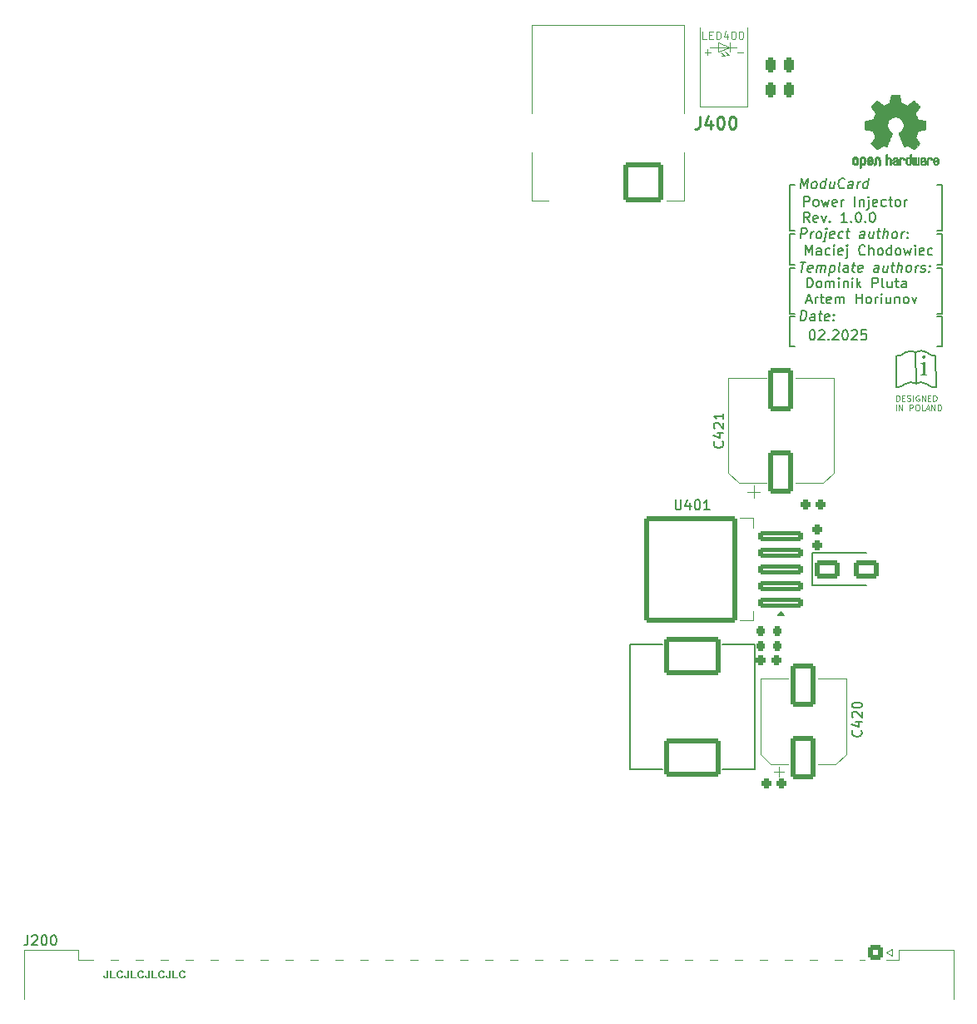
<source format=gbr>
%TF.GenerationSoftware,KiCad,Pcbnew,8.0.7*%
%TF.CreationDate,2025-02-21T01:46:00+01:00*%
%TF.ProjectId,TPB,5450422e-6b69-4636-9164-5f7063625858,1.0.0*%
%TF.SameCoordinates,Original*%
%TF.FileFunction,Legend,Top*%
%TF.FilePolarity,Positive*%
%FSLAX46Y46*%
G04 Gerber Fmt 4.6, Leading zero omitted, Abs format (unit mm)*
G04 Created by KiCad (PCBNEW 8.0.7) date 2025-02-21 01:46:00*
%MOMM*%
%LPD*%
G01*
G04 APERTURE LIST*
G04 Aperture macros list*
%AMRoundRect*
0 Rectangle with rounded corners*
0 $1 Rounding radius*
0 $2 $3 $4 $5 $6 $7 $8 $9 X,Y pos of 4 corners*
0 Add a 4 corners polygon primitive as box body*
4,1,4,$2,$3,$4,$5,$6,$7,$8,$9,$2,$3,0*
0 Add four circle primitives for the rounded corners*
1,1,$1+$1,$2,$3*
1,1,$1+$1,$4,$5*
1,1,$1+$1,$6,$7*
1,1,$1+$1,$8,$9*
0 Add four rect primitives between the rounded corners*
20,1,$1+$1,$2,$3,$4,$5,0*
20,1,$1+$1,$4,$5,$6,$7,0*
20,1,$1+$1,$6,$7,$8,$9,0*
20,1,$1+$1,$8,$9,$2,$3,0*%
G04 Aperture macros list end*
%ADD10C,0.150000*%
%ADD11C,0.200000*%
%ADD12C,0.400000*%
%ADD13C,0.100000*%
%ADD14C,0.254000*%
%ADD15C,0.120000*%
%ADD16C,0.010000*%
%ADD17RoundRect,0.244000X0.244000X0.269000X-0.244000X0.269000X-0.244000X-0.269000X0.244000X-0.269000X0*%
%ADD18RoundRect,0.260556X-1.027444X-0.677444X1.027444X-0.677444X1.027444X0.677444X-1.027444X0.677444X0*%
%ADD19RoundRect,0.244000X-0.244000X-0.269000X0.244000X-0.269000X0.244000X0.269000X-0.244000X0.269000X0*%
%ADD20RoundRect,0.250000X2.050000X0.300000X-2.050000X0.300000X-2.050000X-0.300000X2.050000X-0.300000X0*%
%ADD21RoundRect,0.250002X4.449998X5.149998X-4.449998X5.149998X-4.449998X-5.149998X4.449998X-5.149998X0*%
%ADD22RoundRect,0.250000X1.000000X-1.950000X1.000000X1.950000X-1.000000X1.950000X-1.000000X-1.950000X0*%
%ADD23RoundRect,0.244000X-0.269000X0.244000X-0.269000X-0.244000X0.269000X-0.244000X0.269000X0.244000X0*%
%ADD24RoundRect,0.267317X-0.280683X-0.470683X0.280683X-0.470683X0.280683X0.470683X-0.280683X0.470683X0*%
%ADD25C,2.850000*%
%ADD26RoundRect,0.249999X0.525001X0.525001X-0.525001X0.525001X-0.525001X-0.525001X0.525001X-0.525001X0*%
%ADD27C,1.550000*%
%ADD28RoundRect,0.250000X2.660000X-1.660000X2.660000X1.660000X-2.660000X1.660000X-2.660000X-1.660000X0*%
%ADD29RoundRect,0.219000X-0.219000X-0.294000X0.219000X-0.294000X0.219000X0.294000X-0.219000X0.294000X0*%
%ADD30C,2.700000*%
%ADD31RoundRect,0.250000X-1.775000X-1.775000X1.775000X-1.775000X1.775000X1.775000X-1.775000X1.775000X0*%
%ADD32C,4.050000*%
%ADD33C,1.600000*%
%ADD34RoundRect,0.219000X0.219000X0.294000X-0.219000X0.294000X-0.219000X-0.294000X0.219000X-0.294000X0*%
G04 APERTURE END LIST*
D10*
X96090000Y75210000D02*
X95590000Y75210000D01*
D11*
X92365361Y66320280D02*
G75*
G02*
X93441674Y66346783I559639J-859179D01*
G01*
D10*
X96090000Y78690000D02*
X95590000Y78690000D01*
D11*
X92360045Y63131365D02*
G75*
G02*
X91477358Y62777791I-874645J904936D01*
G01*
X93473332Y66367608D02*
G75*
G02*
X94577046Y66334538I525368J-900607D01*
G01*
X93443409Y63157976D02*
G75*
G02*
X94547141Y63124933I525391J-900875D01*
G01*
X95482250Y62769492D02*
G75*
G02*
X94535534Y63123986I-65750J1265809D01*
G01*
D10*
X96090000Y83390000D02*
X96090000Y78690000D01*
X95590000Y69980000D02*
X96090000Y69980000D01*
X81090000Y74880000D02*
X80590000Y74880000D01*
X80590000Y78690000D02*
X81090000Y78690000D01*
X80590000Y75210000D02*
X81090000Y75210000D01*
X95590000Y74880000D02*
X96090000Y74880000D01*
X96090000Y74880000D02*
X96090000Y70280000D01*
X96090000Y66980000D02*
X95590000Y66980000D01*
X96090000Y70280000D02*
X95590000Y70280000D01*
X80590000Y83390000D02*
X80590000Y78690000D01*
X80590000Y70280000D02*
X81090000Y70280000D01*
X80590000Y66980000D02*
X81090000Y66980000D01*
X80590000Y69980000D02*
X80590000Y66980000D01*
D11*
X95469698Y65979125D02*
G75*
G02*
X94566490Y66334687I-23298J1265776D01*
G01*
D10*
X81090000Y83390000D02*
X80590000Y83390000D01*
D11*
X92354851Y63125666D02*
G75*
G02*
X93458560Y63158749I578349J-867365D01*
G01*
D10*
X96090000Y78360000D02*
X96090000Y75210000D01*
D11*
X91477358Y62777747D02*
X91466732Y65961210D01*
X95482250Y62768899D02*
X95469698Y65979125D01*
D10*
X80590000Y74880000D02*
X80590000Y70280000D01*
X81090000Y78360000D02*
X80590000Y78360000D01*
X95590000Y83390000D02*
X96090000Y83390000D01*
D11*
X93458558Y63158746D02*
X93441668Y66346773D01*
D10*
X95590000Y78360000D02*
X96090000Y78360000D01*
D11*
X92365361Y66320280D02*
G75*
G02*
X91466732Y65961189I-888261J918921D01*
G01*
D10*
X96090000Y69980000D02*
X96090000Y66980000D01*
X80590000Y78360000D02*
X80590000Y75210000D01*
X81090000Y69980000D02*
X80590000Y69980000D01*
D12*
G36*
X94422482Y65369945D02*
G01*
X94422482Y64319945D01*
X94431275Y64186588D01*
X94459119Y64125772D01*
X94508944Y64106721D01*
X94614457Y64103790D01*
X94614457Y64010000D01*
X93953536Y64010000D01*
X93953536Y64103790D01*
X94070040Y64111850D01*
X94119133Y64141159D01*
X94139649Y64207104D01*
X94144778Y64324341D01*
X94144778Y64824062D01*
X94142507Y64973087D01*
X94140382Y65016770D01*
X94127926Y65115688D01*
X94107409Y65150126D01*
X94069307Y65155988D01*
X94031938Y65150859D01*
X93964527Y65129610D01*
X93924960Y65219003D01*
X94333090Y65369945D01*
X94422482Y65369945D01*
G37*
G36*
X94283997Y66026469D02*
G01*
X94399768Y65978842D01*
X94447395Y65862338D01*
X94400501Y65746567D01*
X94283997Y65698207D01*
X94166760Y65746567D01*
X94119866Y65862338D01*
X94166760Y65978842D01*
X94283997Y66026469D01*
G37*
D11*
X81685863Y75512781D02*
X82257292Y75512781D01*
X81846578Y74512781D02*
X81971578Y75512781D01*
X82852530Y74560400D02*
X82751340Y74512781D01*
X82751340Y74512781D02*
X82560863Y74512781D01*
X82560863Y74512781D02*
X82471578Y74560400D01*
X82471578Y74560400D02*
X82435863Y74655639D01*
X82435863Y74655639D02*
X82483483Y75036591D01*
X82483483Y75036591D02*
X82543006Y75131829D01*
X82543006Y75131829D02*
X82644197Y75179448D01*
X82644197Y75179448D02*
X82834673Y75179448D01*
X82834673Y75179448D02*
X82923959Y75131829D01*
X82923959Y75131829D02*
X82959673Y75036591D01*
X82959673Y75036591D02*
X82947768Y74941353D01*
X82947768Y74941353D02*
X82459673Y74846115D01*
X83322768Y74512781D02*
X83406102Y75179448D01*
X83394197Y75084210D02*
X83447768Y75131829D01*
X83447768Y75131829D02*
X83548959Y75179448D01*
X83548959Y75179448D02*
X83691816Y75179448D01*
X83691816Y75179448D02*
X83781102Y75131829D01*
X83781102Y75131829D02*
X83816816Y75036591D01*
X83816816Y75036591D02*
X83751340Y74512781D01*
X83816816Y75036591D02*
X83876340Y75131829D01*
X83876340Y75131829D02*
X83977530Y75179448D01*
X83977530Y75179448D02*
X84120387Y75179448D01*
X84120387Y75179448D02*
X84209673Y75131829D01*
X84209673Y75131829D02*
X84245387Y75036591D01*
X84245387Y75036591D02*
X84179911Y74512781D01*
X84739435Y75179448D02*
X84614435Y74179448D01*
X84733482Y75131829D02*
X84834673Y75179448D01*
X84834673Y75179448D02*
X85025149Y75179448D01*
X85025149Y75179448D02*
X85114435Y75131829D01*
X85114435Y75131829D02*
X85156101Y75084210D01*
X85156101Y75084210D02*
X85191816Y74988972D01*
X85191816Y74988972D02*
X85156101Y74703258D01*
X85156101Y74703258D02*
X85096578Y74608020D01*
X85096578Y74608020D02*
X85043006Y74560400D01*
X85043006Y74560400D02*
X84941816Y74512781D01*
X84941816Y74512781D02*
X84751339Y74512781D01*
X84751339Y74512781D02*
X84662054Y74560400D01*
X85703721Y74512781D02*
X85614435Y74560400D01*
X85614435Y74560400D02*
X85578721Y74655639D01*
X85578721Y74655639D02*
X85685863Y75512781D01*
X86513245Y74512781D02*
X86578721Y75036591D01*
X86578721Y75036591D02*
X86543007Y75131829D01*
X86543007Y75131829D02*
X86453721Y75179448D01*
X86453721Y75179448D02*
X86263245Y75179448D01*
X86263245Y75179448D02*
X86162054Y75131829D01*
X86519197Y74560400D02*
X86418007Y74512781D01*
X86418007Y74512781D02*
X86179911Y74512781D01*
X86179911Y74512781D02*
X86090626Y74560400D01*
X86090626Y74560400D02*
X86054911Y74655639D01*
X86054911Y74655639D02*
X86066816Y74750877D01*
X86066816Y74750877D02*
X86126340Y74846115D01*
X86126340Y74846115D02*
X86227531Y74893734D01*
X86227531Y74893734D02*
X86465626Y74893734D01*
X86465626Y74893734D02*
X86566816Y74941353D01*
X86929912Y75179448D02*
X87310864Y75179448D01*
X87114435Y75512781D02*
X87007293Y74655639D01*
X87007293Y74655639D02*
X87043007Y74560400D01*
X87043007Y74560400D02*
X87132293Y74512781D01*
X87132293Y74512781D02*
X87227531Y74512781D01*
X87947769Y74560400D02*
X87846579Y74512781D01*
X87846579Y74512781D02*
X87656102Y74512781D01*
X87656102Y74512781D02*
X87566817Y74560400D01*
X87566817Y74560400D02*
X87531102Y74655639D01*
X87531102Y74655639D02*
X87578722Y75036591D01*
X87578722Y75036591D02*
X87638245Y75131829D01*
X87638245Y75131829D02*
X87739436Y75179448D01*
X87739436Y75179448D02*
X87929912Y75179448D01*
X87929912Y75179448D02*
X88019198Y75131829D01*
X88019198Y75131829D02*
X88054912Y75036591D01*
X88054912Y75036591D02*
X88043007Y74941353D01*
X88043007Y74941353D02*
X87554912Y74846115D01*
X89608484Y74512781D02*
X89673960Y75036591D01*
X89673960Y75036591D02*
X89638246Y75131829D01*
X89638246Y75131829D02*
X89548960Y75179448D01*
X89548960Y75179448D02*
X89358484Y75179448D01*
X89358484Y75179448D02*
X89257293Y75131829D01*
X89614436Y74560400D02*
X89513246Y74512781D01*
X89513246Y74512781D02*
X89275150Y74512781D01*
X89275150Y74512781D02*
X89185865Y74560400D01*
X89185865Y74560400D02*
X89150150Y74655639D01*
X89150150Y74655639D02*
X89162055Y74750877D01*
X89162055Y74750877D02*
X89221579Y74846115D01*
X89221579Y74846115D02*
X89322770Y74893734D01*
X89322770Y74893734D02*
X89560865Y74893734D01*
X89560865Y74893734D02*
X89662055Y74941353D01*
X90596579Y75179448D02*
X90513246Y74512781D01*
X90168008Y75179448D02*
X90102532Y74655639D01*
X90102532Y74655639D02*
X90138246Y74560400D01*
X90138246Y74560400D02*
X90227532Y74512781D01*
X90227532Y74512781D02*
X90370389Y74512781D01*
X90370389Y74512781D02*
X90471579Y74560400D01*
X90471579Y74560400D02*
X90525151Y74608020D01*
X90929913Y75179448D02*
X91310865Y75179448D01*
X91114436Y75512781D02*
X91007294Y74655639D01*
X91007294Y74655639D02*
X91043008Y74560400D01*
X91043008Y74560400D02*
X91132294Y74512781D01*
X91132294Y74512781D02*
X91227532Y74512781D01*
X91560865Y74512781D02*
X91685865Y75512781D01*
X91989437Y74512781D02*
X92054913Y75036591D01*
X92054913Y75036591D02*
X92019199Y75131829D01*
X92019199Y75131829D02*
X91929913Y75179448D01*
X91929913Y75179448D02*
X91787056Y75179448D01*
X91787056Y75179448D02*
X91685865Y75131829D01*
X91685865Y75131829D02*
X91632294Y75084210D01*
X92608485Y74512781D02*
X92519199Y74560400D01*
X92519199Y74560400D02*
X92477532Y74608020D01*
X92477532Y74608020D02*
X92441818Y74703258D01*
X92441818Y74703258D02*
X92477532Y74988972D01*
X92477532Y74988972D02*
X92537056Y75084210D01*
X92537056Y75084210D02*
X92590627Y75131829D01*
X92590627Y75131829D02*
X92691818Y75179448D01*
X92691818Y75179448D02*
X92834675Y75179448D01*
X92834675Y75179448D02*
X92923961Y75131829D01*
X92923961Y75131829D02*
X92965627Y75084210D01*
X92965627Y75084210D02*
X93001342Y74988972D01*
X93001342Y74988972D02*
X92965627Y74703258D01*
X92965627Y74703258D02*
X92906104Y74608020D01*
X92906104Y74608020D02*
X92852532Y74560400D01*
X92852532Y74560400D02*
X92751342Y74512781D01*
X92751342Y74512781D02*
X92608485Y74512781D01*
X93370389Y74512781D02*
X93453723Y75179448D01*
X93429913Y74988972D02*
X93489437Y75084210D01*
X93489437Y75084210D02*
X93543008Y75131829D01*
X93543008Y75131829D02*
X93644199Y75179448D01*
X93644199Y75179448D02*
X93739437Y75179448D01*
X93947771Y74560400D02*
X94037056Y74512781D01*
X94037056Y74512781D02*
X94227533Y74512781D01*
X94227533Y74512781D02*
X94328723Y74560400D01*
X94328723Y74560400D02*
X94388247Y74655639D01*
X94388247Y74655639D02*
X94394199Y74703258D01*
X94394199Y74703258D02*
X94358485Y74798496D01*
X94358485Y74798496D02*
X94269199Y74846115D01*
X94269199Y74846115D02*
X94126342Y74846115D01*
X94126342Y74846115D02*
X94037056Y74893734D01*
X94037056Y74893734D02*
X94001342Y74988972D01*
X94001342Y74988972D02*
X94007295Y75036591D01*
X94007295Y75036591D02*
X94066818Y75131829D01*
X94066818Y75131829D02*
X94168009Y75179448D01*
X94168009Y75179448D02*
X94310866Y75179448D01*
X94310866Y75179448D02*
X94400152Y75131829D01*
X94810866Y74608020D02*
X94852533Y74560400D01*
X94852533Y74560400D02*
X94798961Y74512781D01*
X94798961Y74512781D02*
X94757295Y74560400D01*
X94757295Y74560400D02*
X94810866Y74608020D01*
X94810866Y74608020D02*
X94798961Y74512781D01*
X94876342Y75131829D02*
X94918009Y75084210D01*
X94918009Y75084210D02*
X94864438Y75036591D01*
X94864438Y75036591D02*
X94822771Y75084210D01*
X94822771Y75084210D02*
X94876342Y75131829D01*
X94876342Y75131829D02*
X94864438Y75036591D01*
D10*
X82066779Y81190125D02*
X82066779Y82190125D01*
X82066779Y82190125D02*
X82447731Y82190125D01*
X82447731Y82190125D02*
X82542969Y82142506D01*
X82542969Y82142506D02*
X82590588Y82094887D01*
X82590588Y82094887D02*
X82638207Y81999649D01*
X82638207Y81999649D02*
X82638207Y81856792D01*
X82638207Y81856792D02*
X82590588Y81761554D01*
X82590588Y81761554D02*
X82542969Y81713935D01*
X82542969Y81713935D02*
X82447731Y81666316D01*
X82447731Y81666316D02*
X82066779Y81666316D01*
X83209636Y81190125D02*
X83114398Y81237744D01*
X83114398Y81237744D02*
X83066779Y81285364D01*
X83066779Y81285364D02*
X83019160Y81380602D01*
X83019160Y81380602D02*
X83019160Y81666316D01*
X83019160Y81666316D02*
X83066779Y81761554D01*
X83066779Y81761554D02*
X83114398Y81809173D01*
X83114398Y81809173D02*
X83209636Y81856792D01*
X83209636Y81856792D02*
X83352493Y81856792D01*
X83352493Y81856792D02*
X83447731Y81809173D01*
X83447731Y81809173D02*
X83495350Y81761554D01*
X83495350Y81761554D02*
X83542969Y81666316D01*
X83542969Y81666316D02*
X83542969Y81380602D01*
X83542969Y81380602D02*
X83495350Y81285364D01*
X83495350Y81285364D02*
X83447731Y81237744D01*
X83447731Y81237744D02*
X83352493Y81190125D01*
X83352493Y81190125D02*
X83209636Y81190125D01*
X83876303Y81856792D02*
X84066779Y81190125D01*
X84066779Y81190125D02*
X84257255Y81666316D01*
X84257255Y81666316D02*
X84447731Y81190125D01*
X84447731Y81190125D02*
X84638207Y81856792D01*
X85400112Y81237744D02*
X85304874Y81190125D01*
X85304874Y81190125D02*
X85114398Y81190125D01*
X85114398Y81190125D02*
X85019160Y81237744D01*
X85019160Y81237744D02*
X84971541Y81332983D01*
X84971541Y81332983D02*
X84971541Y81713935D01*
X84971541Y81713935D02*
X85019160Y81809173D01*
X85019160Y81809173D02*
X85114398Y81856792D01*
X85114398Y81856792D02*
X85304874Y81856792D01*
X85304874Y81856792D02*
X85400112Y81809173D01*
X85400112Y81809173D02*
X85447731Y81713935D01*
X85447731Y81713935D02*
X85447731Y81618697D01*
X85447731Y81618697D02*
X84971541Y81523459D01*
X85876303Y81190125D02*
X85876303Y81856792D01*
X85876303Y81666316D02*
X85923922Y81761554D01*
X85923922Y81761554D02*
X85971541Y81809173D01*
X85971541Y81809173D02*
X86066779Y81856792D01*
X86066779Y81856792D02*
X86162017Y81856792D01*
X87257256Y81190125D02*
X87257256Y82190125D01*
X87733446Y81856792D02*
X87733446Y81190125D01*
X87733446Y81761554D02*
X87781065Y81809173D01*
X87781065Y81809173D02*
X87876303Y81856792D01*
X87876303Y81856792D02*
X88019160Y81856792D01*
X88019160Y81856792D02*
X88114398Y81809173D01*
X88114398Y81809173D02*
X88162017Y81713935D01*
X88162017Y81713935D02*
X88162017Y81190125D01*
X88638208Y81856792D02*
X88638208Y80999649D01*
X88638208Y80999649D02*
X88590589Y80904411D01*
X88590589Y80904411D02*
X88495351Y80856792D01*
X88495351Y80856792D02*
X88447732Y80856792D01*
X88638208Y82190125D02*
X88590589Y82142506D01*
X88590589Y82142506D02*
X88638208Y82094887D01*
X88638208Y82094887D02*
X88685827Y82142506D01*
X88685827Y82142506D02*
X88638208Y82190125D01*
X88638208Y82190125D02*
X88638208Y82094887D01*
X89495350Y81237744D02*
X89400112Y81190125D01*
X89400112Y81190125D02*
X89209636Y81190125D01*
X89209636Y81190125D02*
X89114398Y81237744D01*
X89114398Y81237744D02*
X89066779Y81332983D01*
X89066779Y81332983D02*
X89066779Y81713935D01*
X89066779Y81713935D02*
X89114398Y81809173D01*
X89114398Y81809173D02*
X89209636Y81856792D01*
X89209636Y81856792D02*
X89400112Y81856792D01*
X89400112Y81856792D02*
X89495350Y81809173D01*
X89495350Y81809173D02*
X89542969Y81713935D01*
X89542969Y81713935D02*
X89542969Y81618697D01*
X89542969Y81618697D02*
X89066779Y81523459D01*
X90400112Y81237744D02*
X90304874Y81190125D01*
X90304874Y81190125D02*
X90114398Y81190125D01*
X90114398Y81190125D02*
X90019160Y81237744D01*
X90019160Y81237744D02*
X89971541Y81285364D01*
X89971541Y81285364D02*
X89923922Y81380602D01*
X89923922Y81380602D02*
X89923922Y81666316D01*
X89923922Y81666316D02*
X89971541Y81761554D01*
X89971541Y81761554D02*
X90019160Y81809173D01*
X90019160Y81809173D02*
X90114398Y81856792D01*
X90114398Y81856792D02*
X90304874Y81856792D01*
X90304874Y81856792D02*
X90400112Y81809173D01*
X90685827Y81856792D02*
X91066779Y81856792D01*
X90828684Y82190125D02*
X90828684Y81332983D01*
X90828684Y81332983D02*
X90876303Y81237744D01*
X90876303Y81237744D02*
X90971541Y81190125D01*
X90971541Y81190125D02*
X91066779Y81190125D01*
X91542970Y81190125D02*
X91447732Y81237744D01*
X91447732Y81237744D02*
X91400113Y81285364D01*
X91400113Y81285364D02*
X91352494Y81380602D01*
X91352494Y81380602D02*
X91352494Y81666316D01*
X91352494Y81666316D02*
X91400113Y81761554D01*
X91400113Y81761554D02*
X91447732Y81809173D01*
X91447732Y81809173D02*
X91542970Y81856792D01*
X91542970Y81856792D02*
X91685827Y81856792D01*
X91685827Y81856792D02*
X91781065Y81809173D01*
X91781065Y81809173D02*
X91828684Y81761554D01*
X91828684Y81761554D02*
X91876303Y81666316D01*
X91876303Y81666316D02*
X91876303Y81380602D01*
X91876303Y81380602D02*
X91828684Y81285364D01*
X91828684Y81285364D02*
X91781065Y81237744D01*
X91781065Y81237744D02*
X91685827Y81190125D01*
X91685827Y81190125D02*
X91542970Y81190125D01*
X92304875Y81190125D02*
X92304875Y81856792D01*
X92304875Y81666316D02*
X92352494Y81761554D01*
X92352494Y81761554D02*
X92400113Y81809173D01*
X92400113Y81809173D02*
X92495351Y81856792D01*
X92495351Y81856792D02*
X92590589Y81856792D01*
X82638207Y79580181D02*
X82304874Y80056372D01*
X82066779Y79580181D02*
X82066779Y80580181D01*
X82066779Y80580181D02*
X82447731Y80580181D01*
X82447731Y80580181D02*
X82542969Y80532562D01*
X82542969Y80532562D02*
X82590588Y80484943D01*
X82590588Y80484943D02*
X82638207Y80389705D01*
X82638207Y80389705D02*
X82638207Y80246848D01*
X82638207Y80246848D02*
X82590588Y80151610D01*
X82590588Y80151610D02*
X82542969Y80103991D01*
X82542969Y80103991D02*
X82447731Y80056372D01*
X82447731Y80056372D02*
X82066779Y80056372D01*
X83447731Y79627800D02*
X83352493Y79580181D01*
X83352493Y79580181D02*
X83162017Y79580181D01*
X83162017Y79580181D02*
X83066779Y79627800D01*
X83066779Y79627800D02*
X83019160Y79723039D01*
X83019160Y79723039D02*
X83019160Y80103991D01*
X83019160Y80103991D02*
X83066779Y80199229D01*
X83066779Y80199229D02*
X83162017Y80246848D01*
X83162017Y80246848D02*
X83352493Y80246848D01*
X83352493Y80246848D02*
X83447731Y80199229D01*
X83447731Y80199229D02*
X83495350Y80103991D01*
X83495350Y80103991D02*
X83495350Y80008753D01*
X83495350Y80008753D02*
X83019160Y79913515D01*
X83828684Y80246848D02*
X84066779Y79580181D01*
X84066779Y79580181D02*
X84304874Y80246848D01*
X84685827Y79675420D02*
X84733446Y79627800D01*
X84733446Y79627800D02*
X84685827Y79580181D01*
X84685827Y79580181D02*
X84638208Y79627800D01*
X84638208Y79627800D02*
X84685827Y79675420D01*
X84685827Y79675420D02*
X84685827Y79580181D01*
X86447731Y79580181D02*
X85876303Y79580181D01*
X86162017Y79580181D02*
X86162017Y80580181D01*
X86162017Y80580181D02*
X86066779Y80437324D01*
X86066779Y80437324D02*
X85971541Y80342086D01*
X85971541Y80342086D02*
X85876303Y80294467D01*
X86876303Y79675420D02*
X86923922Y79627800D01*
X86923922Y79627800D02*
X86876303Y79580181D01*
X86876303Y79580181D02*
X86828684Y79627800D01*
X86828684Y79627800D02*
X86876303Y79675420D01*
X86876303Y79675420D02*
X86876303Y79580181D01*
X87542969Y80580181D02*
X87638207Y80580181D01*
X87638207Y80580181D02*
X87733445Y80532562D01*
X87733445Y80532562D02*
X87781064Y80484943D01*
X87781064Y80484943D02*
X87828683Y80389705D01*
X87828683Y80389705D02*
X87876302Y80199229D01*
X87876302Y80199229D02*
X87876302Y79961134D01*
X87876302Y79961134D02*
X87828683Y79770658D01*
X87828683Y79770658D02*
X87781064Y79675420D01*
X87781064Y79675420D02*
X87733445Y79627800D01*
X87733445Y79627800D02*
X87638207Y79580181D01*
X87638207Y79580181D02*
X87542969Y79580181D01*
X87542969Y79580181D02*
X87447731Y79627800D01*
X87447731Y79627800D02*
X87400112Y79675420D01*
X87400112Y79675420D02*
X87352493Y79770658D01*
X87352493Y79770658D02*
X87304874Y79961134D01*
X87304874Y79961134D02*
X87304874Y80199229D01*
X87304874Y80199229D02*
X87352493Y80389705D01*
X87352493Y80389705D02*
X87400112Y80484943D01*
X87400112Y80484943D02*
X87447731Y80532562D01*
X87447731Y80532562D02*
X87542969Y80580181D01*
X88304874Y79675420D02*
X88352493Y79627800D01*
X88352493Y79627800D02*
X88304874Y79580181D01*
X88304874Y79580181D02*
X88257255Y79627800D01*
X88257255Y79627800D02*
X88304874Y79675420D01*
X88304874Y79675420D02*
X88304874Y79580181D01*
X88971540Y80580181D02*
X89066778Y80580181D01*
X89066778Y80580181D02*
X89162016Y80532562D01*
X89162016Y80532562D02*
X89209635Y80484943D01*
X89209635Y80484943D02*
X89257254Y80389705D01*
X89257254Y80389705D02*
X89304873Y80199229D01*
X89304873Y80199229D02*
X89304873Y79961134D01*
X89304873Y79961134D02*
X89257254Y79770658D01*
X89257254Y79770658D02*
X89209635Y79675420D01*
X89209635Y79675420D02*
X89162016Y79627800D01*
X89162016Y79627800D02*
X89066778Y79580181D01*
X89066778Y79580181D02*
X88971540Y79580181D01*
X88971540Y79580181D02*
X88876302Y79627800D01*
X88876302Y79627800D02*
X88828683Y79675420D01*
X88828683Y79675420D02*
X88781064Y79770658D01*
X88781064Y79770658D02*
X88733445Y79961134D01*
X88733445Y79961134D02*
X88733445Y80199229D01*
X88733445Y80199229D02*
X88781064Y80389705D01*
X88781064Y80389705D02*
X88828683Y80484943D01*
X88828683Y80484943D02*
X88876302Y80532562D01*
X88876302Y80532562D02*
X88971540Y80580181D01*
D11*
X81703720Y69562781D02*
X81828720Y70562781D01*
X81828720Y70562781D02*
X82066816Y70562781D01*
X82066816Y70562781D02*
X82203720Y70515162D01*
X82203720Y70515162D02*
X82287054Y70419924D01*
X82287054Y70419924D02*
X82322768Y70324686D01*
X82322768Y70324686D02*
X82346578Y70134210D01*
X82346578Y70134210D02*
X82328720Y69991353D01*
X82328720Y69991353D02*
X82257292Y69800877D01*
X82257292Y69800877D02*
X82197768Y69705639D01*
X82197768Y69705639D02*
X82090625Y69610400D01*
X82090625Y69610400D02*
X81941816Y69562781D01*
X81941816Y69562781D02*
X81703720Y69562781D01*
X83132292Y69562781D02*
X83197768Y70086591D01*
X83197768Y70086591D02*
X83162054Y70181829D01*
X83162054Y70181829D02*
X83072768Y70229448D01*
X83072768Y70229448D02*
X82882292Y70229448D01*
X82882292Y70229448D02*
X82781101Y70181829D01*
X83138244Y69610400D02*
X83037054Y69562781D01*
X83037054Y69562781D02*
X82798958Y69562781D01*
X82798958Y69562781D02*
X82709673Y69610400D01*
X82709673Y69610400D02*
X82673958Y69705639D01*
X82673958Y69705639D02*
X82685863Y69800877D01*
X82685863Y69800877D02*
X82745387Y69896115D01*
X82745387Y69896115D02*
X82846578Y69943734D01*
X82846578Y69943734D02*
X83084673Y69943734D01*
X83084673Y69943734D02*
X83185863Y69991353D01*
X83548959Y70229448D02*
X83929911Y70229448D01*
X83733482Y70562781D02*
X83626340Y69705639D01*
X83626340Y69705639D02*
X83662054Y69610400D01*
X83662054Y69610400D02*
X83751340Y69562781D01*
X83751340Y69562781D02*
X83846578Y69562781D01*
X84566816Y69610400D02*
X84465626Y69562781D01*
X84465626Y69562781D02*
X84275149Y69562781D01*
X84275149Y69562781D02*
X84185864Y69610400D01*
X84185864Y69610400D02*
X84150149Y69705639D01*
X84150149Y69705639D02*
X84197769Y70086591D01*
X84197769Y70086591D02*
X84257292Y70181829D01*
X84257292Y70181829D02*
X84358483Y70229448D01*
X84358483Y70229448D02*
X84548959Y70229448D01*
X84548959Y70229448D02*
X84638245Y70181829D01*
X84638245Y70181829D02*
X84673959Y70086591D01*
X84673959Y70086591D02*
X84662054Y69991353D01*
X84662054Y69991353D02*
X84173959Y69896115D01*
X85048959Y69658020D02*
X85090626Y69610400D01*
X85090626Y69610400D02*
X85037054Y69562781D01*
X85037054Y69562781D02*
X84995388Y69610400D01*
X84995388Y69610400D02*
X85048959Y69658020D01*
X85048959Y69658020D02*
X85037054Y69562781D01*
X85114435Y70181829D02*
X85156102Y70134210D01*
X85156102Y70134210D02*
X85102531Y70086591D01*
X85102531Y70086591D02*
X85060864Y70134210D01*
X85060864Y70134210D02*
X85114435Y70181829D01*
X85114435Y70181829D02*
X85102531Y70086591D01*
X81703720Y83022781D02*
X81828720Y84022781D01*
X81828720Y84022781D02*
X82072768Y83308496D01*
X82072768Y83308496D02*
X82495387Y84022781D01*
X82495387Y84022781D02*
X82370387Y83022781D01*
X82989435Y83022781D02*
X82900149Y83070400D01*
X82900149Y83070400D02*
X82858482Y83118020D01*
X82858482Y83118020D02*
X82822768Y83213258D01*
X82822768Y83213258D02*
X82858482Y83498972D01*
X82858482Y83498972D02*
X82918006Y83594210D01*
X82918006Y83594210D02*
X82971577Y83641829D01*
X82971577Y83641829D02*
X83072768Y83689448D01*
X83072768Y83689448D02*
X83215625Y83689448D01*
X83215625Y83689448D02*
X83304911Y83641829D01*
X83304911Y83641829D02*
X83346577Y83594210D01*
X83346577Y83594210D02*
X83382292Y83498972D01*
X83382292Y83498972D02*
X83346577Y83213258D01*
X83346577Y83213258D02*
X83287054Y83118020D01*
X83287054Y83118020D02*
X83233482Y83070400D01*
X83233482Y83070400D02*
X83132292Y83022781D01*
X83132292Y83022781D02*
X82989435Y83022781D01*
X84179911Y83022781D02*
X84304911Y84022781D01*
X84185863Y83070400D02*
X84084673Y83022781D01*
X84084673Y83022781D02*
X83894197Y83022781D01*
X83894197Y83022781D02*
X83804911Y83070400D01*
X83804911Y83070400D02*
X83763244Y83118020D01*
X83763244Y83118020D02*
X83727530Y83213258D01*
X83727530Y83213258D02*
X83763244Y83498972D01*
X83763244Y83498972D02*
X83822768Y83594210D01*
X83822768Y83594210D02*
X83876339Y83641829D01*
X83876339Y83641829D02*
X83977530Y83689448D01*
X83977530Y83689448D02*
X84168006Y83689448D01*
X84168006Y83689448D02*
X84257292Y83641829D01*
X85168006Y83689448D02*
X85084673Y83022781D01*
X84739435Y83689448D02*
X84673959Y83165639D01*
X84673959Y83165639D02*
X84709673Y83070400D01*
X84709673Y83070400D02*
X84798959Y83022781D01*
X84798959Y83022781D02*
X84941816Y83022781D01*
X84941816Y83022781D02*
X85043006Y83070400D01*
X85043006Y83070400D02*
X85096578Y83118020D01*
X86144197Y83118020D02*
X86090625Y83070400D01*
X86090625Y83070400D02*
X85941816Y83022781D01*
X85941816Y83022781D02*
X85846578Y83022781D01*
X85846578Y83022781D02*
X85709673Y83070400D01*
X85709673Y83070400D02*
X85626340Y83165639D01*
X85626340Y83165639D02*
X85590625Y83260877D01*
X85590625Y83260877D02*
X85566816Y83451353D01*
X85566816Y83451353D02*
X85584673Y83594210D01*
X85584673Y83594210D02*
X85656101Y83784686D01*
X85656101Y83784686D02*
X85715625Y83879924D01*
X85715625Y83879924D02*
X85822768Y83975162D01*
X85822768Y83975162D02*
X85971578Y84022781D01*
X85971578Y84022781D02*
X86066816Y84022781D01*
X86066816Y84022781D02*
X86203721Y83975162D01*
X86203721Y83975162D02*
X86245387Y83927543D01*
X86989435Y83022781D02*
X87054911Y83546591D01*
X87054911Y83546591D02*
X87019197Y83641829D01*
X87019197Y83641829D02*
X86929911Y83689448D01*
X86929911Y83689448D02*
X86739435Y83689448D01*
X86739435Y83689448D02*
X86638244Y83641829D01*
X86995387Y83070400D02*
X86894197Y83022781D01*
X86894197Y83022781D02*
X86656101Y83022781D01*
X86656101Y83022781D02*
X86566816Y83070400D01*
X86566816Y83070400D02*
X86531101Y83165639D01*
X86531101Y83165639D02*
X86543006Y83260877D01*
X86543006Y83260877D02*
X86602530Y83356115D01*
X86602530Y83356115D02*
X86703721Y83403734D01*
X86703721Y83403734D02*
X86941816Y83403734D01*
X86941816Y83403734D02*
X87043006Y83451353D01*
X87465625Y83022781D02*
X87548959Y83689448D01*
X87525149Y83498972D02*
X87584673Y83594210D01*
X87584673Y83594210D02*
X87638244Y83641829D01*
X87638244Y83641829D02*
X87739435Y83689448D01*
X87739435Y83689448D02*
X87834673Y83689448D01*
X88513245Y83022781D02*
X88638245Y84022781D01*
X88519197Y83070400D02*
X88418007Y83022781D01*
X88418007Y83022781D02*
X88227531Y83022781D01*
X88227531Y83022781D02*
X88138245Y83070400D01*
X88138245Y83070400D02*
X88096578Y83118020D01*
X88096578Y83118020D02*
X88060864Y83213258D01*
X88060864Y83213258D02*
X88096578Y83498972D01*
X88096578Y83498972D02*
X88156102Y83594210D01*
X88156102Y83594210D02*
X88209673Y83641829D01*
X88209673Y83641829D02*
X88310864Y83689448D01*
X88310864Y83689448D02*
X88501340Y83689448D01*
X88501340Y83689448D02*
X88590626Y83641829D01*
X81703720Y77942781D02*
X81828720Y78942781D01*
X81828720Y78942781D02*
X82209673Y78942781D01*
X82209673Y78942781D02*
X82298958Y78895162D01*
X82298958Y78895162D02*
X82340625Y78847543D01*
X82340625Y78847543D02*
X82376339Y78752305D01*
X82376339Y78752305D02*
X82358482Y78609448D01*
X82358482Y78609448D02*
X82298958Y78514210D01*
X82298958Y78514210D02*
X82245387Y78466591D01*
X82245387Y78466591D02*
X82144197Y78418972D01*
X82144197Y78418972D02*
X81763244Y78418972D01*
X82703720Y77942781D02*
X82787054Y78609448D01*
X82763244Y78418972D02*
X82822768Y78514210D01*
X82822768Y78514210D02*
X82876339Y78561829D01*
X82876339Y78561829D02*
X82977530Y78609448D01*
X82977530Y78609448D02*
X83072768Y78609448D01*
X83465626Y77942781D02*
X83376340Y77990400D01*
X83376340Y77990400D02*
X83334673Y78038020D01*
X83334673Y78038020D02*
X83298959Y78133258D01*
X83298959Y78133258D02*
X83334673Y78418972D01*
X83334673Y78418972D02*
X83394197Y78514210D01*
X83394197Y78514210D02*
X83447768Y78561829D01*
X83447768Y78561829D02*
X83548959Y78609448D01*
X83548959Y78609448D02*
X83691816Y78609448D01*
X83691816Y78609448D02*
X83781102Y78561829D01*
X83781102Y78561829D02*
X83822768Y78514210D01*
X83822768Y78514210D02*
X83858483Y78418972D01*
X83858483Y78418972D02*
X83822768Y78133258D01*
X83822768Y78133258D02*
X83763245Y78038020D01*
X83763245Y78038020D02*
X83709673Y77990400D01*
X83709673Y77990400D02*
X83608483Y77942781D01*
X83608483Y77942781D02*
X83465626Y77942781D01*
X84310864Y78609448D02*
X84203721Y77752305D01*
X84203721Y77752305D02*
X84144197Y77657067D01*
X84144197Y77657067D02*
X84043007Y77609448D01*
X84043007Y77609448D02*
X83995388Y77609448D01*
X84352530Y78942781D02*
X84298959Y78895162D01*
X84298959Y78895162D02*
X84340626Y78847543D01*
X84340626Y78847543D02*
X84394197Y78895162D01*
X84394197Y78895162D02*
X84352530Y78942781D01*
X84352530Y78942781D02*
X84340626Y78847543D01*
X85090625Y77990400D02*
X84989435Y77942781D01*
X84989435Y77942781D02*
X84798958Y77942781D01*
X84798958Y77942781D02*
X84709673Y77990400D01*
X84709673Y77990400D02*
X84673958Y78085639D01*
X84673958Y78085639D02*
X84721578Y78466591D01*
X84721578Y78466591D02*
X84781101Y78561829D01*
X84781101Y78561829D02*
X84882292Y78609448D01*
X84882292Y78609448D02*
X85072768Y78609448D01*
X85072768Y78609448D02*
X85162054Y78561829D01*
X85162054Y78561829D02*
X85197768Y78466591D01*
X85197768Y78466591D02*
X85185863Y78371353D01*
X85185863Y78371353D02*
X84697768Y78276115D01*
X85995387Y77990400D02*
X85894197Y77942781D01*
X85894197Y77942781D02*
X85703721Y77942781D01*
X85703721Y77942781D02*
X85614435Y77990400D01*
X85614435Y77990400D02*
X85572768Y78038020D01*
X85572768Y78038020D02*
X85537054Y78133258D01*
X85537054Y78133258D02*
X85572768Y78418972D01*
X85572768Y78418972D02*
X85632292Y78514210D01*
X85632292Y78514210D02*
X85685863Y78561829D01*
X85685863Y78561829D02*
X85787054Y78609448D01*
X85787054Y78609448D02*
X85977530Y78609448D01*
X85977530Y78609448D02*
X86066816Y78561829D01*
X86358483Y78609448D02*
X86739435Y78609448D01*
X86543006Y78942781D02*
X86435864Y78085639D01*
X86435864Y78085639D02*
X86471578Y77990400D01*
X86471578Y77990400D02*
X86560864Y77942781D01*
X86560864Y77942781D02*
X86656102Y77942781D01*
X88179912Y77942781D02*
X88245388Y78466591D01*
X88245388Y78466591D02*
X88209674Y78561829D01*
X88209674Y78561829D02*
X88120388Y78609448D01*
X88120388Y78609448D02*
X87929912Y78609448D01*
X87929912Y78609448D02*
X87828721Y78561829D01*
X88185864Y77990400D02*
X88084674Y77942781D01*
X88084674Y77942781D02*
X87846578Y77942781D01*
X87846578Y77942781D02*
X87757293Y77990400D01*
X87757293Y77990400D02*
X87721578Y78085639D01*
X87721578Y78085639D02*
X87733483Y78180877D01*
X87733483Y78180877D02*
X87793007Y78276115D01*
X87793007Y78276115D02*
X87894198Y78323734D01*
X87894198Y78323734D02*
X88132293Y78323734D01*
X88132293Y78323734D02*
X88233483Y78371353D01*
X89168007Y78609448D02*
X89084674Y77942781D01*
X88739436Y78609448D02*
X88673960Y78085639D01*
X88673960Y78085639D02*
X88709674Y77990400D01*
X88709674Y77990400D02*
X88798960Y77942781D01*
X88798960Y77942781D02*
X88941817Y77942781D01*
X88941817Y77942781D02*
X89043007Y77990400D01*
X89043007Y77990400D02*
X89096579Y78038020D01*
X89501341Y78609448D02*
X89882293Y78609448D01*
X89685864Y78942781D02*
X89578722Y78085639D01*
X89578722Y78085639D02*
X89614436Y77990400D01*
X89614436Y77990400D02*
X89703722Y77942781D01*
X89703722Y77942781D02*
X89798960Y77942781D01*
X90132293Y77942781D02*
X90257293Y78942781D01*
X90560865Y77942781D02*
X90626341Y78466591D01*
X90626341Y78466591D02*
X90590627Y78561829D01*
X90590627Y78561829D02*
X90501341Y78609448D01*
X90501341Y78609448D02*
X90358484Y78609448D01*
X90358484Y78609448D02*
X90257293Y78561829D01*
X90257293Y78561829D02*
X90203722Y78514210D01*
X91179913Y77942781D02*
X91090627Y77990400D01*
X91090627Y77990400D02*
X91048960Y78038020D01*
X91048960Y78038020D02*
X91013246Y78133258D01*
X91013246Y78133258D02*
X91048960Y78418972D01*
X91048960Y78418972D02*
X91108484Y78514210D01*
X91108484Y78514210D02*
X91162055Y78561829D01*
X91162055Y78561829D02*
X91263246Y78609448D01*
X91263246Y78609448D02*
X91406103Y78609448D01*
X91406103Y78609448D02*
X91495389Y78561829D01*
X91495389Y78561829D02*
X91537055Y78514210D01*
X91537055Y78514210D02*
X91572770Y78418972D01*
X91572770Y78418972D02*
X91537055Y78133258D01*
X91537055Y78133258D02*
X91477532Y78038020D01*
X91477532Y78038020D02*
X91423960Y77990400D01*
X91423960Y77990400D02*
X91322770Y77942781D01*
X91322770Y77942781D02*
X91179913Y77942781D01*
X91941817Y77942781D02*
X92025151Y78609448D01*
X92001341Y78418972D02*
X92060865Y78514210D01*
X92060865Y78514210D02*
X92114436Y78561829D01*
X92114436Y78561829D02*
X92215627Y78609448D01*
X92215627Y78609448D02*
X92310865Y78609448D01*
X92572770Y78038020D02*
X92614437Y77990400D01*
X92614437Y77990400D02*
X92560865Y77942781D01*
X92560865Y77942781D02*
X92519199Y77990400D01*
X92519199Y77990400D02*
X92572770Y78038020D01*
X92572770Y78038020D02*
X92560865Y77942781D01*
X92638246Y78561829D02*
X92679913Y78514210D01*
X92679913Y78514210D02*
X92626342Y78466591D01*
X92626342Y78466591D02*
X92584675Y78514210D01*
X92584675Y78514210D02*
X92638246Y78561829D01*
X92638246Y78561829D02*
X92626342Y78466591D01*
D10*
X82376779Y72920125D02*
X82376779Y73920125D01*
X82376779Y73920125D02*
X82614874Y73920125D01*
X82614874Y73920125D02*
X82757731Y73872506D01*
X82757731Y73872506D02*
X82852969Y73777268D01*
X82852969Y73777268D02*
X82900588Y73682030D01*
X82900588Y73682030D02*
X82948207Y73491554D01*
X82948207Y73491554D02*
X82948207Y73348697D01*
X82948207Y73348697D02*
X82900588Y73158221D01*
X82900588Y73158221D02*
X82852969Y73062983D01*
X82852969Y73062983D02*
X82757731Y72967744D01*
X82757731Y72967744D02*
X82614874Y72920125D01*
X82614874Y72920125D02*
X82376779Y72920125D01*
X83519636Y72920125D02*
X83424398Y72967744D01*
X83424398Y72967744D02*
X83376779Y73015364D01*
X83376779Y73015364D02*
X83329160Y73110602D01*
X83329160Y73110602D02*
X83329160Y73396316D01*
X83329160Y73396316D02*
X83376779Y73491554D01*
X83376779Y73491554D02*
X83424398Y73539173D01*
X83424398Y73539173D02*
X83519636Y73586792D01*
X83519636Y73586792D02*
X83662493Y73586792D01*
X83662493Y73586792D02*
X83757731Y73539173D01*
X83757731Y73539173D02*
X83805350Y73491554D01*
X83805350Y73491554D02*
X83852969Y73396316D01*
X83852969Y73396316D02*
X83852969Y73110602D01*
X83852969Y73110602D02*
X83805350Y73015364D01*
X83805350Y73015364D02*
X83757731Y72967744D01*
X83757731Y72967744D02*
X83662493Y72920125D01*
X83662493Y72920125D02*
X83519636Y72920125D01*
X84281541Y72920125D02*
X84281541Y73586792D01*
X84281541Y73491554D02*
X84329160Y73539173D01*
X84329160Y73539173D02*
X84424398Y73586792D01*
X84424398Y73586792D02*
X84567255Y73586792D01*
X84567255Y73586792D02*
X84662493Y73539173D01*
X84662493Y73539173D02*
X84710112Y73443935D01*
X84710112Y73443935D02*
X84710112Y72920125D01*
X84710112Y73443935D02*
X84757731Y73539173D01*
X84757731Y73539173D02*
X84852969Y73586792D01*
X84852969Y73586792D02*
X84995826Y73586792D01*
X84995826Y73586792D02*
X85091065Y73539173D01*
X85091065Y73539173D02*
X85138684Y73443935D01*
X85138684Y73443935D02*
X85138684Y72920125D01*
X85614874Y72920125D02*
X85614874Y73586792D01*
X85614874Y73920125D02*
X85567255Y73872506D01*
X85567255Y73872506D02*
X85614874Y73824887D01*
X85614874Y73824887D02*
X85662493Y73872506D01*
X85662493Y73872506D02*
X85614874Y73920125D01*
X85614874Y73920125D02*
X85614874Y73824887D01*
X86091064Y73586792D02*
X86091064Y72920125D01*
X86091064Y73491554D02*
X86138683Y73539173D01*
X86138683Y73539173D02*
X86233921Y73586792D01*
X86233921Y73586792D02*
X86376778Y73586792D01*
X86376778Y73586792D02*
X86472016Y73539173D01*
X86472016Y73539173D02*
X86519635Y73443935D01*
X86519635Y73443935D02*
X86519635Y72920125D01*
X86995826Y72920125D02*
X86995826Y73586792D01*
X86995826Y73920125D02*
X86948207Y73872506D01*
X86948207Y73872506D02*
X86995826Y73824887D01*
X86995826Y73824887D02*
X87043445Y73872506D01*
X87043445Y73872506D02*
X86995826Y73920125D01*
X86995826Y73920125D02*
X86995826Y73824887D01*
X87472016Y72920125D02*
X87472016Y73920125D01*
X87567254Y73301078D02*
X87852968Y72920125D01*
X87852968Y73586792D02*
X87472016Y73205840D01*
X89043445Y72920125D02*
X89043445Y73920125D01*
X89043445Y73920125D02*
X89424397Y73920125D01*
X89424397Y73920125D02*
X89519635Y73872506D01*
X89519635Y73872506D02*
X89567254Y73824887D01*
X89567254Y73824887D02*
X89614873Y73729649D01*
X89614873Y73729649D02*
X89614873Y73586792D01*
X89614873Y73586792D02*
X89567254Y73491554D01*
X89567254Y73491554D02*
X89519635Y73443935D01*
X89519635Y73443935D02*
X89424397Y73396316D01*
X89424397Y73396316D02*
X89043445Y73396316D01*
X90186302Y72920125D02*
X90091064Y72967744D01*
X90091064Y72967744D02*
X90043445Y73062983D01*
X90043445Y73062983D02*
X90043445Y73920125D01*
X90995826Y73586792D02*
X90995826Y72920125D01*
X90567255Y73586792D02*
X90567255Y73062983D01*
X90567255Y73062983D02*
X90614874Y72967744D01*
X90614874Y72967744D02*
X90710112Y72920125D01*
X90710112Y72920125D02*
X90852969Y72920125D01*
X90852969Y72920125D02*
X90948207Y72967744D01*
X90948207Y72967744D02*
X90995826Y73015364D01*
X91329160Y73586792D02*
X91710112Y73586792D01*
X91472017Y73920125D02*
X91472017Y73062983D01*
X91472017Y73062983D02*
X91519636Y72967744D01*
X91519636Y72967744D02*
X91614874Y72920125D01*
X91614874Y72920125D02*
X91710112Y72920125D01*
X92472017Y72920125D02*
X92472017Y73443935D01*
X92472017Y73443935D02*
X92424398Y73539173D01*
X92424398Y73539173D02*
X92329160Y73586792D01*
X92329160Y73586792D02*
X92138684Y73586792D01*
X92138684Y73586792D02*
X92043446Y73539173D01*
X92472017Y72967744D02*
X92376779Y72920125D01*
X92376779Y72920125D02*
X92138684Y72920125D01*
X92138684Y72920125D02*
X92043446Y72967744D01*
X92043446Y72967744D02*
X91995827Y73062983D01*
X91995827Y73062983D02*
X91995827Y73158221D01*
X91995827Y73158221D02*
X92043446Y73253459D01*
X92043446Y73253459D02*
X92138684Y73301078D01*
X92138684Y73301078D02*
X92376779Y73301078D01*
X92376779Y73301078D02*
X92472017Y73348697D01*
X82329160Y71595896D02*
X82805350Y71595896D01*
X82233922Y71310181D02*
X82567255Y72310181D01*
X82567255Y72310181D02*
X82900588Y71310181D01*
X83233922Y71310181D02*
X83233922Y71976848D01*
X83233922Y71786372D02*
X83281541Y71881610D01*
X83281541Y71881610D02*
X83329160Y71929229D01*
X83329160Y71929229D02*
X83424398Y71976848D01*
X83424398Y71976848D02*
X83519636Y71976848D01*
X83710113Y71976848D02*
X84091065Y71976848D01*
X83852970Y72310181D02*
X83852970Y71453039D01*
X83852970Y71453039D02*
X83900589Y71357800D01*
X83900589Y71357800D02*
X83995827Y71310181D01*
X83995827Y71310181D02*
X84091065Y71310181D01*
X84805351Y71357800D02*
X84710113Y71310181D01*
X84710113Y71310181D02*
X84519637Y71310181D01*
X84519637Y71310181D02*
X84424399Y71357800D01*
X84424399Y71357800D02*
X84376780Y71453039D01*
X84376780Y71453039D02*
X84376780Y71833991D01*
X84376780Y71833991D02*
X84424399Y71929229D01*
X84424399Y71929229D02*
X84519637Y71976848D01*
X84519637Y71976848D02*
X84710113Y71976848D01*
X84710113Y71976848D02*
X84805351Y71929229D01*
X84805351Y71929229D02*
X84852970Y71833991D01*
X84852970Y71833991D02*
X84852970Y71738753D01*
X84852970Y71738753D02*
X84376780Y71643515D01*
X85281542Y71310181D02*
X85281542Y71976848D01*
X85281542Y71881610D02*
X85329161Y71929229D01*
X85329161Y71929229D02*
X85424399Y71976848D01*
X85424399Y71976848D02*
X85567256Y71976848D01*
X85567256Y71976848D02*
X85662494Y71929229D01*
X85662494Y71929229D02*
X85710113Y71833991D01*
X85710113Y71833991D02*
X85710113Y71310181D01*
X85710113Y71833991D02*
X85757732Y71929229D01*
X85757732Y71929229D02*
X85852970Y71976848D01*
X85852970Y71976848D02*
X85995827Y71976848D01*
X85995827Y71976848D02*
X86091066Y71929229D01*
X86091066Y71929229D02*
X86138685Y71833991D01*
X86138685Y71833991D02*
X86138685Y71310181D01*
X87376780Y71310181D02*
X87376780Y72310181D01*
X87376780Y71833991D02*
X87948208Y71833991D01*
X87948208Y71310181D02*
X87948208Y72310181D01*
X88567256Y71310181D02*
X88472018Y71357800D01*
X88472018Y71357800D02*
X88424399Y71405420D01*
X88424399Y71405420D02*
X88376780Y71500658D01*
X88376780Y71500658D02*
X88376780Y71786372D01*
X88376780Y71786372D02*
X88424399Y71881610D01*
X88424399Y71881610D02*
X88472018Y71929229D01*
X88472018Y71929229D02*
X88567256Y71976848D01*
X88567256Y71976848D02*
X88710113Y71976848D01*
X88710113Y71976848D02*
X88805351Y71929229D01*
X88805351Y71929229D02*
X88852970Y71881610D01*
X88852970Y71881610D02*
X88900589Y71786372D01*
X88900589Y71786372D02*
X88900589Y71500658D01*
X88900589Y71500658D02*
X88852970Y71405420D01*
X88852970Y71405420D02*
X88805351Y71357800D01*
X88805351Y71357800D02*
X88710113Y71310181D01*
X88710113Y71310181D02*
X88567256Y71310181D01*
X89329161Y71310181D02*
X89329161Y71976848D01*
X89329161Y71786372D02*
X89376780Y71881610D01*
X89376780Y71881610D02*
X89424399Y71929229D01*
X89424399Y71929229D02*
X89519637Y71976848D01*
X89519637Y71976848D02*
X89614875Y71976848D01*
X89948209Y71310181D02*
X89948209Y71976848D01*
X89948209Y72310181D02*
X89900590Y72262562D01*
X89900590Y72262562D02*
X89948209Y72214943D01*
X89948209Y72214943D02*
X89995828Y72262562D01*
X89995828Y72262562D02*
X89948209Y72310181D01*
X89948209Y72310181D02*
X89948209Y72214943D01*
X90852970Y71976848D02*
X90852970Y71310181D01*
X90424399Y71976848D02*
X90424399Y71453039D01*
X90424399Y71453039D02*
X90472018Y71357800D01*
X90472018Y71357800D02*
X90567256Y71310181D01*
X90567256Y71310181D02*
X90710113Y71310181D01*
X90710113Y71310181D02*
X90805351Y71357800D01*
X90805351Y71357800D02*
X90852970Y71405420D01*
X91329161Y71976848D02*
X91329161Y71310181D01*
X91329161Y71881610D02*
X91376780Y71929229D01*
X91376780Y71929229D02*
X91472018Y71976848D01*
X91472018Y71976848D02*
X91614875Y71976848D01*
X91614875Y71976848D02*
X91710113Y71929229D01*
X91710113Y71929229D02*
X91757732Y71833991D01*
X91757732Y71833991D02*
X91757732Y71310181D01*
X92376780Y71310181D02*
X92281542Y71357800D01*
X92281542Y71357800D02*
X92233923Y71405420D01*
X92233923Y71405420D02*
X92186304Y71500658D01*
X92186304Y71500658D02*
X92186304Y71786372D01*
X92186304Y71786372D02*
X92233923Y71881610D01*
X92233923Y71881610D02*
X92281542Y71929229D01*
X92281542Y71929229D02*
X92376780Y71976848D01*
X92376780Y71976848D02*
X92519637Y71976848D01*
X92519637Y71976848D02*
X92614875Y71929229D01*
X92614875Y71929229D02*
X92662494Y71881610D01*
X92662494Y71881610D02*
X92710113Y71786372D01*
X92710113Y71786372D02*
X92710113Y71500658D01*
X92710113Y71500658D02*
X92662494Y71405420D01*
X92662494Y71405420D02*
X92614875Y71357800D01*
X92614875Y71357800D02*
X92519637Y71310181D01*
X92519637Y71310181D02*
X92376780Y71310181D01*
X93043447Y71976848D02*
X93281542Y71310181D01*
X93281542Y71310181D02*
X93519637Y71976848D01*
X82226779Y76240181D02*
X82226779Y77240181D01*
X82226779Y77240181D02*
X82560112Y76525896D01*
X82560112Y76525896D02*
X82893445Y77240181D01*
X82893445Y77240181D02*
X82893445Y76240181D01*
X83798207Y76240181D02*
X83798207Y76763991D01*
X83798207Y76763991D02*
X83750588Y76859229D01*
X83750588Y76859229D02*
X83655350Y76906848D01*
X83655350Y76906848D02*
X83464874Y76906848D01*
X83464874Y76906848D02*
X83369636Y76859229D01*
X83798207Y76287800D02*
X83702969Y76240181D01*
X83702969Y76240181D02*
X83464874Y76240181D01*
X83464874Y76240181D02*
X83369636Y76287800D01*
X83369636Y76287800D02*
X83322017Y76383039D01*
X83322017Y76383039D02*
X83322017Y76478277D01*
X83322017Y76478277D02*
X83369636Y76573515D01*
X83369636Y76573515D02*
X83464874Y76621134D01*
X83464874Y76621134D02*
X83702969Y76621134D01*
X83702969Y76621134D02*
X83798207Y76668753D01*
X84702969Y76287800D02*
X84607731Y76240181D01*
X84607731Y76240181D02*
X84417255Y76240181D01*
X84417255Y76240181D02*
X84322017Y76287800D01*
X84322017Y76287800D02*
X84274398Y76335420D01*
X84274398Y76335420D02*
X84226779Y76430658D01*
X84226779Y76430658D02*
X84226779Y76716372D01*
X84226779Y76716372D02*
X84274398Y76811610D01*
X84274398Y76811610D02*
X84322017Y76859229D01*
X84322017Y76859229D02*
X84417255Y76906848D01*
X84417255Y76906848D02*
X84607731Y76906848D01*
X84607731Y76906848D02*
X84702969Y76859229D01*
X85131541Y76240181D02*
X85131541Y76906848D01*
X85131541Y77240181D02*
X85083922Y77192562D01*
X85083922Y77192562D02*
X85131541Y77144943D01*
X85131541Y77144943D02*
X85179160Y77192562D01*
X85179160Y77192562D02*
X85131541Y77240181D01*
X85131541Y77240181D02*
X85131541Y77144943D01*
X85988683Y76287800D02*
X85893445Y76240181D01*
X85893445Y76240181D02*
X85702969Y76240181D01*
X85702969Y76240181D02*
X85607731Y76287800D01*
X85607731Y76287800D02*
X85560112Y76383039D01*
X85560112Y76383039D02*
X85560112Y76763991D01*
X85560112Y76763991D02*
X85607731Y76859229D01*
X85607731Y76859229D02*
X85702969Y76906848D01*
X85702969Y76906848D02*
X85893445Y76906848D01*
X85893445Y76906848D02*
X85988683Y76859229D01*
X85988683Y76859229D02*
X86036302Y76763991D01*
X86036302Y76763991D02*
X86036302Y76668753D01*
X86036302Y76668753D02*
X85560112Y76573515D01*
X86464874Y76906848D02*
X86464874Y76049705D01*
X86464874Y76049705D02*
X86417255Y75954467D01*
X86417255Y75954467D02*
X86322017Y75906848D01*
X86322017Y75906848D02*
X86274398Y75906848D01*
X86464874Y77240181D02*
X86417255Y77192562D01*
X86417255Y77192562D02*
X86464874Y77144943D01*
X86464874Y77144943D02*
X86512493Y77192562D01*
X86512493Y77192562D02*
X86464874Y77240181D01*
X86464874Y77240181D02*
X86464874Y77144943D01*
X88274397Y76335420D02*
X88226778Y76287800D01*
X88226778Y76287800D02*
X88083921Y76240181D01*
X88083921Y76240181D02*
X87988683Y76240181D01*
X87988683Y76240181D02*
X87845826Y76287800D01*
X87845826Y76287800D02*
X87750588Y76383039D01*
X87750588Y76383039D02*
X87702969Y76478277D01*
X87702969Y76478277D02*
X87655350Y76668753D01*
X87655350Y76668753D02*
X87655350Y76811610D01*
X87655350Y76811610D02*
X87702969Y77002086D01*
X87702969Y77002086D02*
X87750588Y77097324D01*
X87750588Y77097324D02*
X87845826Y77192562D01*
X87845826Y77192562D02*
X87988683Y77240181D01*
X87988683Y77240181D02*
X88083921Y77240181D01*
X88083921Y77240181D02*
X88226778Y77192562D01*
X88226778Y77192562D02*
X88274397Y77144943D01*
X88702969Y76240181D02*
X88702969Y77240181D01*
X89131540Y76240181D02*
X89131540Y76763991D01*
X89131540Y76763991D02*
X89083921Y76859229D01*
X89083921Y76859229D02*
X88988683Y76906848D01*
X88988683Y76906848D02*
X88845826Y76906848D01*
X88845826Y76906848D02*
X88750588Y76859229D01*
X88750588Y76859229D02*
X88702969Y76811610D01*
X89750588Y76240181D02*
X89655350Y76287800D01*
X89655350Y76287800D02*
X89607731Y76335420D01*
X89607731Y76335420D02*
X89560112Y76430658D01*
X89560112Y76430658D02*
X89560112Y76716372D01*
X89560112Y76716372D02*
X89607731Y76811610D01*
X89607731Y76811610D02*
X89655350Y76859229D01*
X89655350Y76859229D02*
X89750588Y76906848D01*
X89750588Y76906848D02*
X89893445Y76906848D01*
X89893445Y76906848D02*
X89988683Y76859229D01*
X89988683Y76859229D02*
X90036302Y76811610D01*
X90036302Y76811610D02*
X90083921Y76716372D01*
X90083921Y76716372D02*
X90083921Y76430658D01*
X90083921Y76430658D02*
X90036302Y76335420D01*
X90036302Y76335420D02*
X89988683Y76287800D01*
X89988683Y76287800D02*
X89893445Y76240181D01*
X89893445Y76240181D02*
X89750588Y76240181D01*
X90941064Y76240181D02*
X90941064Y77240181D01*
X90941064Y76287800D02*
X90845826Y76240181D01*
X90845826Y76240181D02*
X90655350Y76240181D01*
X90655350Y76240181D02*
X90560112Y76287800D01*
X90560112Y76287800D02*
X90512493Y76335420D01*
X90512493Y76335420D02*
X90464874Y76430658D01*
X90464874Y76430658D02*
X90464874Y76716372D01*
X90464874Y76716372D02*
X90512493Y76811610D01*
X90512493Y76811610D02*
X90560112Y76859229D01*
X90560112Y76859229D02*
X90655350Y76906848D01*
X90655350Y76906848D02*
X90845826Y76906848D01*
X90845826Y76906848D02*
X90941064Y76859229D01*
X91560112Y76240181D02*
X91464874Y76287800D01*
X91464874Y76287800D02*
X91417255Y76335420D01*
X91417255Y76335420D02*
X91369636Y76430658D01*
X91369636Y76430658D02*
X91369636Y76716372D01*
X91369636Y76716372D02*
X91417255Y76811610D01*
X91417255Y76811610D02*
X91464874Y76859229D01*
X91464874Y76859229D02*
X91560112Y76906848D01*
X91560112Y76906848D02*
X91702969Y76906848D01*
X91702969Y76906848D02*
X91798207Y76859229D01*
X91798207Y76859229D02*
X91845826Y76811610D01*
X91845826Y76811610D02*
X91893445Y76716372D01*
X91893445Y76716372D02*
X91893445Y76430658D01*
X91893445Y76430658D02*
X91845826Y76335420D01*
X91845826Y76335420D02*
X91798207Y76287800D01*
X91798207Y76287800D02*
X91702969Y76240181D01*
X91702969Y76240181D02*
X91560112Y76240181D01*
X92226779Y76906848D02*
X92417255Y76240181D01*
X92417255Y76240181D02*
X92607731Y76716372D01*
X92607731Y76716372D02*
X92798207Y76240181D01*
X92798207Y76240181D02*
X92988683Y76906848D01*
X93369636Y76240181D02*
X93369636Y76906848D01*
X93369636Y77240181D02*
X93322017Y77192562D01*
X93322017Y77192562D02*
X93369636Y77144943D01*
X93369636Y77144943D02*
X93417255Y77192562D01*
X93417255Y77192562D02*
X93369636Y77240181D01*
X93369636Y77240181D02*
X93369636Y77144943D01*
X94226778Y76287800D02*
X94131540Y76240181D01*
X94131540Y76240181D02*
X93941064Y76240181D01*
X93941064Y76240181D02*
X93845826Y76287800D01*
X93845826Y76287800D02*
X93798207Y76383039D01*
X93798207Y76383039D02*
X93798207Y76763991D01*
X93798207Y76763991D02*
X93845826Y76859229D01*
X93845826Y76859229D02*
X93941064Y76906848D01*
X93941064Y76906848D02*
X94131540Y76906848D01*
X94131540Y76906848D02*
X94226778Y76859229D01*
X94226778Y76859229D02*
X94274397Y76763991D01*
X94274397Y76763991D02*
X94274397Y76668753D01*
X94274397Y76668753D02*
X93798207Y76573515D01*
X95131540Y76287800D02*
X95036302Y76240181D01*
X95036302Y76240181D02*
X94845826Y76240181D01*
X94845826Y76240181D02*
X94750588Y76287800D01*
X94750588Y76287800D02*
X94702969Y76335420D01*
X94702969Y76335420D02*
X94655350Y76430658D01*
X94655350Y76430658D02*
X94655350Y76716372D01*
X94655350Y76716372D02*
X94702969Y76811610D01*
X94702969Y76811610D02*
X94750588Y76859229D01*
X94750588Y76859229D02*
X94845826Y76906848D01*
X94845826Y76906848D02*
X95036302Y76906848D01*
X95036302Y76906848D02*
X95131540Y76859229D01*
D13*
X91450314Y61391368D02*
X91450314Y61991368D01*
X91450314Y61991368D02*
X91593171Y61991368D01*
X91593171Y61991368D02*
X91678885Y61962797D01*
X91678885Y61962797D02*
X91736028Y61905654D01*
X91736028Y61905654D02*
X91764599Y61848511D01*
X91764599Y61848511D02*
X91793171Y61734225D01*
X91793171Y61734225D02*
X91793171Y61648511D01*
X91793171Y61648511D02*
X91764599Y61534225D01*
X91764599Y61534225D02*
X91736028Y61477082D01*
X91736028Y61477082D02*
X91678885Y61419939D01*
X91678885Y61419939D02*
X91593171Y61391368D01*
X91593171Y61391368D02*
X91450314Y61391368D01*
X92050314Y61705654D02*
X92250314Y61705654D01*
X92336028Y61391368D02*
X92050314Y61391368D01*
X92050314Y61391368D02*
X92050314Y61991368D01*
X92050314Y61991368D02*
X92336028Y61991368D01*
X92564599Y61419939D02*
X92650314Y61391368D01*
X92650314Y61391368D02*
X92793171Y61391368D01*
X92793171Y61391368D02*
X92850314Y61419939D01*
X92850314Y61419939D02*
X92878885Y61448511D01*
X92878885Y61448511D02*
X92907456Y61505654D01*
X92907456Y61505654D02*
X92907456Y61562797D01*
X92907456Y61562797D02*
X92878885Y61619939D01*
X92878885Y61619939D02*
X92850314Y61648511D01*
X92850314Y61648511D02*
X92793171Y61677082D01*
X92793171Y61677082D02*
X92678885Y61705654D01*
X92678885Y61705654D02*
X92621742Y61734225D01*
X92621742Y61734225D02*
X92593171Y61762797D01*
X92593171Y61762797D02*
X92564599Y61819939D01*
X92564599Y61819939D02*
X92564599Y61877082D01*
X92564599Y61877082D02*
X92593171Y61934225D01*
X92593171Y61934225D02*
X92621742Y61962797D01*
X92621742Y61962797D02*
X92678885Y61991368D01*
X92678885Y61991368D02*
X92821742Y61991368D01*
X92821742Y61991368D02*
X92907456Y61962797D01*
X93164600Y61391368D02*
X93164600Y61991368D01*
X93764599Y61962797D02*
X93707457Y61991368D01*
X93707457Y61991368D02*
X93621742Y61991368D01*
X93621742Y61991368D02*
X93536028Y61962797D01*
X93536028Y61962797D02*
X93478885Y61905654D01*
X93478885Y61905654D02*
X93450314Y61848511D01*
X93450314Y61848511D02*
X93421742Y61734225D01*
X93421742Y61734225D02*
X93421742Y61648511D01*
X93421742Y61648511D02*
X93450314Y61534225D01*
X93450314Y61534225D02*
X93478885Y61477082D01*
X93478885Y61477082D02*
X93536028Y61419939D01*
X93536028Y61419939D02*
X93621742Y61391368D01*
X93621742Y61391368D02*
X93678885Y61391368D01*
X93678885Y61391368D02*
X93764599Y61419939D01*
X93764599Y61419939D02*
X93793171Y61448511D01*
X93793171Y61448511D02*
X93793171Y61648511D01*
X93793171Y61648511D02*
X93678885Y61648511D01*
X94050314Y61391368D02*
X94050314Y61991368D01*
X94050314Y61991368D02*
X94393171Y61391368D01*
X94393171Y61391368D02*
X94393171Y61991368D01*
X94678885Y61705654D02*
X94878885Y61705654D01*
X94964599Y61391368D02*
X94678885Y61391368D01*
X94678885Y61391368D02*
X94678885Y61991368D01*
X94678885Y61991368D02*
X94964599Y61991368D01*
X95221742Y61391368D02*
X95221742Y61991368D01*
X95221742Y61991368D02*
X95364599Y61991368D01*
X95364599Y61991368D02*
X95450313Y61962797D01*
X95450313Y61962797D02*
X95507456Y61905654D01*
X95507456Y61905654D02*
X95536027Y61848511D01*
X95536027Y61848511D02*
X95564599Y61734225D01*
X95564599Y61734225D02*
X95564599Y61648511D01*
X95564599Y61648511D02*
X95536027Y61534225D01*
X95536027Y61534225D02*
X95507456Y61477082D01*
X95507456Y61477082D02*
X95450313Y61419939D01*
X95450313Y61419939D02*
X95364599Y61391368D01*
X95364599Y61391368D02*
X95221742Y61391368D01*
X91450314Y60425402D02*
X91450314Y61025402D01*
X91736028Y60425402D02*
X91736028Y61025402D01*
X91736028Y61025402D02*
X92078885Y60425402D01*
X92078885Y60425402D02*
X92078885Y61025402D01*
X92821742Y60425402D02*
X92821742Y61025402D01*
X92821742Y61025402D02*
X93050313Y61025402D01*
X93050313Y61025402D02*
X93107456Y60996831D01*
X93107456Y60996831D02*
X93136027Y60968259D01*
X93136027Y60968259D02*
X93164599Y60911116D01*
X93164599Y60911116D02*
X93164599Y60825402D01*
X93164599Y60825402D02*
X93136027Y60768259D01*
X93136027Y60768259D02*
X93107456Y60739688D01*
X93107456Y60739688D02*
X93050313Y60711116D01*
X93050313Y60711116D02*
X92821742Y60711116D01*
X93536027Y61025402D02*
X93650313Y61025402D01*
X93650313Y61025402D02*
X93707456Y60996831D01*
X93707456Y60996831D02*
X93764599Y60939688D01*
X93764599Y60939688D02*
X93793170Y60825402D01*
X93793170Y60825402D02*
X93793170Y60625402D01*
X93793170Y60625402D02*
X93764599Y60511116D01*
X93764599Y60511116D02*
X93707456Y60453973D01*
X93707456Y60453973D02*
X93650313Y60425402D01*
X93650313Y60425402D02*
X93536027Y60425402D01*
X93536027Y60425402D02*
X93478885Y60453973D01*
X93478885Y60453973D02*
X93421742Y60511116D01*
X93421742Y60511116D02*
X93393170Y60625402D01*
X93393170Y60625402D02*
X93393170Y60825402D01*
X93393170Y60825402D02*
X93421742Y60939688D01*
X93421742Y60939688D02*
X93478885Y60996831D01*
X93478885Y60996831D02*
X93536027Y61025402D01*
X94336027Y60425402D02*
X94050313Y60425402D01*
X94050313Y60425402D02*
X94050313Y61025402D01*
X94507455Y60596831D02*
X94793170Y60596831D01*
X94450312Y60425402D02*
X94650312Y61025402D01*
X94650312Y61025402D02*
X94850312Y60425402D01*
X95050313Y60425402D02*
X95050313Y61025402D01*
X95050313Y61025402D02*
X95393170Y60425402D01*
X95393170Y60425402D02*
X95393170Y61025402D01*
X95678884Y60425402D02*
X95678884Y61025402D01*
X95678884Y61025402D02*
X95821741Y61025402D01*
X95821741Y61025402D02*
X95907455Y60996831D01*
X95907455Y60996831D02*
X95964598Y60939688D01*
X95964598Y60939688D02*
X95993169Y60882545D01*
X95993169Y60882545D02*
X96021741Y60768259D01*
X96021741Y60768259D02*
X96021741Y60682545D01*
X96021741Y60682545D02*
X95993169Y60568259D01*
X95993169Y60568259D02*
X95964598Y60511116D01*
X95964598Y60511116D02*
X95907455Y60453973D01*
X95907455Y60453973D02*
X95821741Y60425402D01*
X95821741Y60425402D02*
X95678884Y60425402D01*
D10*
X82867255Y68610181D02*
X82962493Y68610181D01*
X82962493Y68610181D02*
X83057731Y68562562D01*
X83057731Y68562562D02*
X83105350Y68514943D01*
X83105350Y68514943D02*
X83152969Y68419705D01*
X83152969Y68419705D02*
X83200588Y68229229D01*
X83200588Y68229229D02*
X83200588Y67991134D01*
X83200588Y67991134D02*
X83152969Y67800658D01*
X83152969Y67800658D02*
X83105350Y67705420D01*
X83105350Y67705420D02*
X83057731Y67657800D01*
X83057731Y67657800D02*
X82962493Y67610181D01*
X82962493Y67610181D02*
X82867255Y67610181D01*
X82867255Y67610181D02*
X82772017Y67657800D01*
X82772017Y67657800D02*
X82724398Y67705420D01*
X82724398Y67705420D02*
X82676779Y67800658D01*
X82676779Y67800658D02*
X82629160Y67991134D01*
X82629160Y67991134D02*
X82629160Y68229229D01*
X82629160Y68229229D02*
X82676779Y68419705D01*
X82676779Y68419705D02*
X82724398Y68514943D01*
X82724398Y68514943D02*
X82772017Y68562562D01*
X82772017Y68562562D02*
X82867255Y68610181D01*
X83581541Y68514943D02*
X83629160Y68562562D01*
X83629160Y68562562D02*
X83724398Y68610181D01*
X83724398Y68610181D02*
X83962493Y68610181D01*
X83962493Y68610181D02*
X84057731Y68562562D01*
X84057731Y68562562D02*
X84105350Y68514943D01*
X84105350Y68514943D02*
X84152969Y68419705D01*
X84152969Y68419705D02*
X84152969Y68324467D01*
X84152969Y68324467D02*
X84105350Y68181610D01*
X84105350Y68181610D02*
X83533922Y67610181D01*
X83533922Y67610181D02*
X84152969Y67610181D01*
X84581541Y67705420D02*
X84629160Y67657800D01*
X84629160Y67657800D02*
X84581541Y67610181D01*
X84581541Y67610181D02*
X84533922Y67657800D01*
X84533922Y67657800D02*
X84581541Y67705420D01*
X84581541Y67705420D02*
X84581541Y67610181D01*
X85010112Y68514943D02*
X85057731Y68562562D01*
X85057731Y68562562D02*
X85152969Y68610181D01*
X85152969Y68610181D02*
X85391064Y68610181D01*
X85391064Y68610181D02*
X85486302Y68562562D01*
X85486302Y68562562D02*
X85533921Y68514943D01*
X85533921Y68514943D02*
X85581540Y68419705D01*
X85581540Y68419705D02*
X85581540Y68324467D01*
X85581540Y68324467D02*
X85533921Y68181610D01*
X85533921Y68181610D02*
X84962493Y67610181D01*
X84962493Y67610181D02*
X85581540Y67610181D01*
X86200588Y68610181D02*
X86295826Y68610181D01*
X86295826Y68610181D02*
X86391064Y68562562D01*
X86391064Y68562562D02*
X86438683Y68514943D01*
X86438683Y68514943D02*
X86486302Y68419705D01*
X86486302Y68419705D02*
X86533921Y68229229D01*
X86533921Y68229229D02*
X86533921Y67991134D01*
X86533921Y67991134D02*
X86486302Y67800658D01*
X86486302Y67800658D02*
X86438683Y67705420D01*
X86438683Y67705420D02*
X86391064Y67657800D01*
X86391064Y67657800D02*
X86295826Y67610181D01*
X86295826Y67610181D02*
X86200588Y67610181D01*
X86200588Y67610181D02*
X86105350Y67657800D01*
X86105350Y67657800D02*
X86057731Y67705420D01*
X86057731Y67705420D02*
X86010112Y67800658D01*
X86010112Y67800658D02*
X85962493Y67991134D01*
X85962493Y67991134D02*
X85962493Y68229229D01*
X85962493Y68229229D02*
X86010112Y68419705D01*
X86010112Y68419705D02*
X86057731Y68514943D01*
X86057731Y68514943D02*
X86105350Y68562562D01*
X86105350Y68562562D02*
X86200588Y68610181D01*
X86914874Y68514943D02*
X86962493Y68562562D01*
X86962493Y68562562D02*
X87057731Y68610181D01*
X87057731Y68610181D02*
X87295826Y68610181D01*
X87295826Y68610181D02*
X87391064Y68562562D01*
X87391064Y68562562D02*
X87438683Y68514943D01*
X87438683Y68514943D02*
X87486302Y68419705D01*
X87486302Y68419705D02*
X87486302Y68324467D01*
X87486302Y68324467D02*
X87438683Y68181610D01*
X87438683Y68181610D02*
X86867255Y67610181D01*
X86867255Y67610181D02*
X87486302Y67610181D01*
X88391064Y68610181D02*
X87914874Y68610181D01*
X87914874Y68610181D02*
X87867255Y68133991D01*
X87867255Y68133991D02*
X87914874Y68181610D01*
X87914874Y68181610D02*
X88010112Y68229229D01*
X88010112Y68229229D02*
X88248207Y68229229D01*
X88248207Y68229229D02*
X88343445Y68181610D01*
X88343445Y68181610D02*
X88391064Y68133991D01*
X88391064Y68133991D02*
X88438683Y68038753D01*
X88438683Y68038753D02*
X88438683Y67800658D01*
X88438683Y67800658D02*
X88391064Y67705420D01*
X88391064Y67705420D02*
X88343445Y67657800D01*
X88343445Y67657800D02*
X88248207Y67610181D01*
X88248207Y67610181D02*
X88010112Y67610181D01*
X88010112Y67610181D02*
X87914874Y67657800D01*
X87914874Y67657800D02*
X87867255Y67705420D01*
X68985714Y51345181D02*
X68985714Y50535658D01*
X68985714Y50535658D02*
X69033333Y50440420D01*
X69033333Y50440420D02*
X69080952Y50392800D01*
X69080952Y50392800D02*
X69176190Y50345181D01*
X69176190Y50345181D02*
X69366666Y50345181D01*
X69366666Y50345181D02*
X69461904Y50392800D01*
X69461904Y50392800D02*
X69509523Y50440420D01*
X69509523Y50440420D02*
X69557142Y50535658D01*
X69557142Y50535658D02*
X69557142Y51345181D01*
X70461904Y51011848D02*
X70461904Y50345181D01*
X70223809Y51392800D02*
X69985714Y50678515D01*
X69985714Y50678515D02*
X70604761Y50678515D01*
X71176190Y51345181D02*
X71271428Y51345181D01*
X71271428Y51345181D02*
X71366666Y51297562D01*
X71366666Y51297562D02*
X71414285Y51249943D01*
X71414285Y51249943D02*
X71461904Y51154705D01*
X71461904Y51154705D02*
X71509523Y50964229D01*
X71509523Y50964229D02*
X71509523Y50726134D01*
X71509523Y50726134D02*
X71461904Y50535658D01*
X71461904Y50535658D02*
X71414285Y50440420D01*
X71414285Y50440420D02*
X71366666Y50392800D01*
X71366666Y50392800D02*
X71271428Y50345181D01*
X71271428Y50345181D02*
X71176190Y50345181D01*
X71176190Y50345181D02*
X71080952Y50392800D01*
X71080952Y50392800D02*
X71033333Y50440420D01*
X71033333Y50440420D02*
X70985714Y50535658D01*
X70985714Y50535658D02*
X70938095Y50726134D01*
X70938095Y50726134D02*
X70938095Y50964229D01*
X70938095Y50964229D02*
X70985714Y51154705D01*
X70985714Y51154705D02*
X71033333Y51249943D01*
X71033333Y51249943D02*
X71080952Y51297562D01*
X71080952Y51297562D02*
X71176190Y51345181D01*
X72461904Y50345181D02*
X71890476Y50345181D01*
X72176190Y50345181D02*
X72176190Y51345181D01*
X72176190Y51345181D02*
X72080952Y51202324D01*
X72080952Y51202324D02*
X71985714Y51107086D01*
X71985714Y51107086D02*
X71890476Y51059467D01*
X73784580Y57265953D02*
X73832200Y57218334D01*
X73832200Y57218334D02*
X73879819Y57075477D01*
X73879819Y57075477D02*
X73879819Y56980239D01*
X73879819Y56980239D02*
X73832200Y56837382D01*
X73832200Y56837382D02*
X73736961Y56742144D01*
X73736961Y56742144D02*
X73641723Y56694525D01*
X73641723Y56694525D02*
X73451247Y56646906D01*
X73451247Y56646906D02*
X73308390Y56646906D01*
X73308390Y56646906D02*
X73117914Y56694525D01*
X73117914Y56694525D02*
X73022676Y56742144D01*
X73022676Y56742144D02*
X72927438Y56837382D01*
X72927438Y56837382D02*
X72879819Y56980239D01*
X72879819Y56980239D02*
X72879819Y57075477D01*
X72879819Y57075477D02*
X72927438Y57218334D01*
X72927438Y57218334D02*
X72975057Y57265953D01*
X73213152Y58123096D02*
X73879819Y58123096D01*
X72832200Y57885001D02*
X73546485Y57646906D01*
X73546485Y57646906D02*
X73546485Y58265953D01*
X72975057Y58599287D02*
X72927438Y58646906D01*
X72927438Y58646906D02*
X72879819Y58742144D01*
X72879819Y58742144D02*
X72879819Y58980239D01*
X72879819Y58980239D02*
X72927438Y59075477D01*
X72927438Y59075477D02*
X72975057Y59123096D01*
X72975057Y59123096D02*
X73070295Y59170715D01*
X73070295Y59170715D02*
X73165533Y59170715D01*
X73165533Y59170715D02*
X73308390Y59123096D01*
X73308390Y59123096D02*
X73879819Y58551668D01*
X73879819Y58551668D02*
X73879819Y59170715D01*
X73879819Y60123096D02*
X73879819Y59551668D01*
X73879819Y59837382D02*
X72879819Y59837382D01*
X72879819Y59837382D02*
X73022676Y59742144D01*
X73022676Y59742144D02*
X73117914Y59646906D01*
X73117914Y59646906D02*
X73165533Y59551668D01*
X3094285Y7055182D02*
X3094285Y6340897D01*
X3094285Y6340897D02*
X3046666Y6198040D01*
X3046666Y6198040D02*
X2951428Y6102801D01*
X2951428Y6102801D02*
X2808571Y6055182D01*
X2808571Y6055182D02*
X2713333Y6055182D01*
X3522857Y6959944D02*
X3570476Y7007563D01*
X3570476Y7007563D02*
X3665714Y7055182D01*
X3665714Y7055182D02*
X3903809Y7055182D01*
X3903809Y7055182D02*
X3999047Y7007563D01*
X3999047Y7007563D02*
X4046666Y6959944D01*
X4046666Y6959944D02*
X4094285Y6864706D01*
X4094285Y6864706D02*
X4094285Y6769468D01*
X4094285Y6769468D02*
X4046666Y6626611D01*
X4046666Y6626611D02*
X3475238Y6055182D01*
X3475238Y6055182D02*
X4094285Y6055182D01*
X4713333Y7055182D02*
X4808571Y7055182D01*
X4808571Y7055182D02*
X4903809Y7007563D01*
X4903809Y7007563D02*
X4951428Y6959944D01*
X4951428Y6959944D02*
X4999047Y6864706D01*
X4999047Y6864706D02*
X5046666Y6674230D01*
X5046666Y6674230D02*
X5046666Y6436135D01*
X5046666Y6436135D02*
X4999047Y6245659D01*
X4999047Y6245659D02*
X4951428Y6150421D01*
X4951428Y6150421D02*
X4903809Y6102801D01*
X4903809Y6102801D02*
X4808571Y6055182D01*
X4808571Y6055182D02*
X4713333Y6055182D01*
X4713333Y6055182D02*
X4618095Y6102801D01*
X4618095Y6102801D02*
X4570476Y6150421D01*
X4570476Y6150421D02*
X4522857Y6245659D01*
X4522857Y6245659D02*
X4475238Y6436135D01*
X4475238Y6436135D02*
X4475238Y6674230D01*
X4475238Y6674230D02*
X4522857Y6864706D01*
X4522857Y6864706D02*
X4570476Y6959944D01*
X4570476Y6959944D02*
X4618095Y7007563D01*
X4618095Y7007563D02*
X4713333Y7055182D01*
X5665714Y7055182D02*
X5760952Y7055182D01*
X5760952Y7055182D02*
X5856190Y7007563D01*
X5856190Y7007563D02*
X5903809Y6959944D01*
X5903809Y6959944D02*
X5951428Y6864706D01*
X5951428Y6864706D02*
X5999047Y6674230D01*
X5999047Y6674230D02*
X5999047Y6436135D01*
X5999047Y6436135D02*
X5951428Y6245659D01*
X5951428Y6245659D02*
X5903809Y6150421D01*
X5903809Y6150421D02*
X5856190Y6102801D01*
X5856190Y6102801D02*
X5760952Y6055182D01*
X5760952Y6055182D02*
X5665714Y6055182D01*
X5665714Y6055182D02*
X5570476Y6102801D01*
X5570476Y6102801D02*
X5522857Y6150421D01*
X5522857Y6150421D02*
X5475238Y6245659D01*
X5475238Y6245659D02*
X5427619Y6436135D01*
X5427619Y6436135D02*
X5427619Y6674230D01*
X5427619Y6674230D02*
X5475238Y6864706D01*
X5475238Y6864706D02*
X5522857Y6959944D01*
X5522857Y6959944D02*
X5570476Y7007563D01*
X5570476Y7007563D02*
X5665714Y7055182D01*
X87859580Y27880953D02*
X87907200Y27833334D01*
X87907200Y27833334D02*
X87954819Y27690477D01*
X87954819Y27690477D02*
X87954819Y27595239D01*
X87954819Y27595239D02*
X87907200Y27452382D01*
X87907200Y27452382D02*
X87811961Y27357144D01*
X87811961Y27357144D02*
X87716723Y27309525D01*
X87716723Y27309525D02*
X87526247Y27261906D01*
X87526247Y27261906D02*
X87383390Y27261906D01*
X87383390Y27261906D02*
X87192914Y27309525D01*
X87192914Y27309525D02*
X87097676Y27357144D01*
X87097676Y27357144D02*
X87002438Y27452382D01*
X87002438Y27452382D02*
X86954819Y27595239D01*
X86954819Y27595239D02*
X86954819Y27690477D01*
X86954819Y27690477D02*
X87002438Y27833334D01*
X87002438Y27833334D02*
X87050057Y27880953D01*
X87288152Y28738096D02*
X87954819Y28738096D01*
X86907200Y28500001D02*
X87621485Y28261906D01*
X87621485Y28261906D02*
X87621485Y28880953D01*
X87050057Y29214287D02*
X87002438Y29261906D01*
X87002438Y29261906D02*
X86954819Y29357144D01*
X86954819Y29357144D02*
X86954819Y29595239D01*
X86954819Y29595239D02*
X87002438Y29690477D01*
X87002438Y29690477D02*
X87050057Y29738096D01*
X87050057Y29738096D02*
X87145295Y29785715D01*
X87145295Y29785715D02*
X87240533Y29785715D01*
X87240533Y29785715D02*
X87383390Y29738096D01*
X87383390Y29738096D02*
X87954819Y29166668D01*
X87954819Y29166668D02*
X87954819Y29785715D01*
X86954819Y30404763D02*
X86954819Y30500001D01*
X86954819Y30500001D02*
X87002438Y30595239D01*
X87002438Y30595239D02*
X87050057Y30642858D01*
X87050057Y30642858D02*
X87145295Y30690477D01*
X87145295Y30690477D02*
X87335771Y30738096D01*
X87335771Y30738096D02*
X87573866Y30738096D01*
X87573866Y30738096D02*
X87764342Y30690477D01*
X87764342Y30690477D02*
X87859580Y30642858D01*
X87859580Y30642858D02*
X87907200Y30595239D01*
X87907200Y30595239D02*
X87954819Y30500001D01*
X87954819Y30500001D02*
X87954819Y30404763D01*
X87954819Y30404763D02*
X87907200Y30309525D01*
X87907200Y30309525D02*
X87859580Y30261906D01*
X87859580Y30261906D02*
X87764342Y30214287D01*
X87764342Y30214287D02*
X87573866Y30166668D01*
X87573866Y30166668D02*
X87335771Y30166668D01*
X87335771Y30166668D02*
X87145295Y30214287D01*
X87145295Y30214287D02*
X87050057Y30261906D01*
X87050057Y30261906D02*
X87002438Y30309525D01*
X87002438Y30309525D02*
X86954819Y30404763D01*
G36*
X11142721Y3480841D02*
G01*
X11304899Y3480841D01*
X11304899Y2967149D01*
X11304057Y2925274D01*
X11301035Y2882888D01*
X11295007Y2842182D01*
X11287313Y2812201D01*
X11270969Y2774515D01*
X11248536Y2741248D01*
X11220013Y2712402D01*
X11201535Y2698287D01*
X11163462Y2677601D01*
X11124377Y2664898D01*
X11080358Y2657543D01*
X11037795Y2655495D01*
X10994962Y2657838D01*
X10956004Y2664865D01*
X10915449Y2678985D01*
X10880168Y2699481D01*
X10854124Y2722125D01*
X10829048Y2754343D01*
X10810067Y2792527D01*
X10798650Y2830004D01*
X10791712Y2871863D01*
X10789253Y2918105D01*
X10942638Y2930610D01*
X10946273Y2888929D01*
X10955976Y2849371D01*
X10962959Y2835258D01*
X10991313Y2806407D01*
X11030214Y2793712D01*
X11043266Y2793053D01*
X11082144Y2798212D01*
X11115563Y2818729D01*
X11120056Y2824316D01*
X11134731Y2861001D01*
X11140928Y2904362D01*
X11142699Y2948530D01*
X11142721Y2954644D01*
X11142721Y3480841D01*
G37*
G36*
X11479386Y2668000D02*
G01*
X11479386Y3480841D01*
X11641954Y3480841D01*
X11641954Y2805558D01*
X12046420Y2805558D01*
X12046420Y2668000D01*
X11479386Y2668000D01*
G37*
G36*
X12674222Y2980631D02*
G01*
X12831905Y2930610D01*
X12819374Y2890641D01*
X12804496Y2854021D01*
X12783545Y2814497D01*
X12759214Y2779796D01*
X12731503Y2749916D01*
X12711151Y2732676D01*
X12677970Y2710696D01*
X12641588Y2693264D01*
X12602004Y2680380D01*
X12559220Y2672043D01*
X12513234Y2668253D01*
X12497195Y2668000D01*
X12457981Y2669698D01*
X12411472Y2676594D01*
X12367749Y2688795D01*
X12326811Y2706300D01*
X12288660Y2729110D01*
X12253294Y2757225D01*
X12233412Y2776640D01*
X12203691Y2812536D01*
X12179007Y2852324D01*
X12159361Y2896006D01*
X12147271Y2933754D01*
X12138405Y2973993D01*
X12132763Y3016723D01*
X12130345Y3061944D01*
X12130244Y3073639D01*
X12131865Y3122072D01*
X12136729Y3167721D01*
X12144835Y3210586D01*
X12156183Y3250666D01*
X12170773Y3287962D01*
X12193571Y3330666D01*
X12221434Y3369020D01*
X12233998Y3383144D01*
X12268076Y3414891D01*
X12305340Y3441258D01*
X12345791Y3462244D01*
X12389428Y3477849D01*
X12436252Y3488073D01*
X12476006Y3492377D01*
X12507160Y3493346D01*
X12552023Y3491085D01*
X12594167Y3484301D01*
X12633593Y3472996D01*
X12670299Y3457167D01*
X12704286Y3436817D01*
X12735553Y3411944D01*
X12747299Y3400729D01*
X12773042Y3370296D01*
X12795366Y3333904D01*
X12812095Y3297172D01*
X12826205Y3255878D01*
X12829756Y3243241D01*
X12668751Y3218231D01*
X12655273Y3258860D01*
X12634454Y3293164D01*
X12609155Y3318859D01*
X12575681Y3339884D01*
X12537589Y3352182D01*
X12498953Y3355788D01*
X12456308Y3351807D01*
X12417864Y3339864D01*
X12383622Y3319958D01*
X12353580Y3292090D01*
X12329217Y3255295D01*
X12313609Y3214984D01*
X12304473Y3174405D01*
X12299252Y3128261D01*
X12297892Y3085558D01*
X12299233Y3040364D01*
X12303254Y2999424D01*
X12311619Y2955914D01*
X12323844Y2918531D01*
X12342986Y2882662D01*
X12352798Y2869843D01*
X12382315Y2841718D01*
X12415959Y2821629D01*
X12453732Y2809576D01*
X12495631Y2805558D01*
X12538083Y2810545D01*
X12576240Y2825507D01*
X12607201Y2847763D01*
X12633813Y2878874D01*
X12653357Y2914965D01*
X12667227Y2953482D01*
X12674222Y2980631D01*
G37*
G36*
X13257669Y3480841D02*
G01*
X13419846Y3480841D01*
X13419846Y2967149D01*
X13419005Y2925274D01*
X13415982Y2882888D01*
X13409954Y2842182D01*
X13402261Y2812201D01*
X13385917Y2774515D01*
X13363483Y2741248D01*
X13334960Y2712402D01*
X13316483Y2698287D01*
X13278409Y2677601D01*
X13239325Y2664898D01*
X13195306Y2657543D01*
X13152742Y2655495D01*
X13109910Y2657838D01*
X13070951Y2664865D01*
X13030397Y2678985D01*
X12995116Y2699481D01*
X12969072Y2722125D01*
X12943995Y2754343D01*
X12925015Y2792527D01*
X12913598Y2830004D01*
X12906660Y2871863D01*
X12904201Y2918105D01*
X13057585Y2930610D01*
X13061221Y2888929D01*
X13070923Y2849371D01*
X13077906Y2835258D01*
X13106261Y2806407D01*
X13145162Y2793712D01*
X13158213Y2793053D01*
X13197092Y2798212D01*
X13230510Y2818729D01*
X13235003Y2824316D01*
X13249678Y2861001D01*
X13255876Y2904362D01*
X13257647Y2948530D01*
X13257669Y2954644D01*
X13257669Y3480841D01*
G37*
G36*
X13594333Y2668000D02*
G01*
X13594333Y3480841D01*
X13756901Y3480841D01*
X13756901Y2805558D01*
X14161368Y2805558D01*
X14161368Y2668000D01*
X13594333Y2668000D01*
G37*
G36*
X14789169Y2980631D02*
G01*
X14946853Y2930610D01*
X14934322Y2890641D01*
X14919444Y2854021D01*
X14898492Y2814497D01*
X14874161Y2779796D01*
X14846450Y2749916D01*
X14826099Y2732676D01*
X14792918Y2710696D01*
X14756536Y2693264D01*
X14716952Y2680380D01*
X14674168Y2672043D01*
X14628182Y2668253D01*
X14612142Y2668000D01*
X14572929Y2669698D01*
X14526420Y2676594D01*
X14482697Y2688795D01*
X14441759Y2706300D01*
X14403608Y2729110D01*
X14368242Y2757225D01*
X14348360Y2776640D01*
X14318639Y2812536D01*
X14293955Y2852324D01*
X14274309Y2896006D01*
X14262219Y2933754D01*
X14253352Y2973993D01*
X14247710Y3016723D01*
X14245292Y3061944D01*
X14245192Y3073639D01*
X14246813Y3122072D01*
X14251676Y3167721D01*
X14259782Y3210586D01*
X14271130Y3250666D01*
X14285721Y3287962D01*
X14308518Y3330666D01*
X14336382Y3369020D01*
X14348946Y3383144D01*
X14383024Y3414891D01*
X14420288Y3441258D01*
X14460739Y3462244D01*
X14504376Y3477849D01*
X14551200Y3488073D01*
X14590954Y3492377D01*
X14622107Y3493346D01*
X14666971Y3491085D01*
X14709115Y3484301D01*
X14748540Y3472996D01*
X14785246Y3457167D01*
X14819233Y3436817D01*
X14850501Y3411944D01*
X14862247Y3400729D01*
X14887990Y3370296D01*
X14910314Y3333904D01*
X14927042Y3297172D01*
X14941153Y3255878D01*
X14944703Y3243241D01*
X14783698Y3218231D01*
X14770221Y3258860D01*
X14749401Y3293164D01*
X14724103Y3318859D01*
X14690629Y3339884D01*
X14652537Y3352182D01*
X14613901Y3355788D01*
X14571256Y3351807D01*
X14532812Y3339864D01*
X14498569Y3319958D01*
X14468527Y3292090D01*
X14444164Y3255295D01*
X14428556Y3214984D01*
X14419420Y3174405D01*
X14414200Y3128261D01*
X14412840Y3085558D01*
X14414180Y3040364D01*
X14418202Y2999424D01*
X14426566Y2955914D01*
X14438792Y2918531D01*
X14457934Y2882662D01*
X14467746Y2869843D01*
X14497263Y2841718D01*
X14530907Y2821629D01*
X14568679Y2809576D01*
X14610579Y2805558D01*
X14653031Y2810545D01*
X14691188Y2825507D01*
X14722149Y2847763D01*
X14748760Y2878874D01*
X14768305Y2914965D01*
X14782175Y2953482D01*
X14789169Y2980631D01*
G37*
G36*
X15372617Y3480841D02*
G01*
X15534794Y3480841D01*
X15534794Y2967149D01*
X15533952Y2925274D01*
X15530930Y2882888D01*
X15524902Y2842182D01*
X15517208Y2812201D01*
X15500865Y2774515D01*
X15478431Y2741248D01*
X15449908Y2712402D01*
X15431430Y2698287D01*
X15393357Y2677601D01*
X15354272Y2664898D01*
X15310253Y2657543D01*
X15267690Y2655495D01*
X15224857Y2657838D01*
X15185899Y2664865D01*
X15145345Y2678985D01*
X15110063Y2699481D01*
X15084019Y2722125D01*
X15058943Y2754343D01*
X15039963Y2792527D01*
X15028546Y2830004D01*
X15021608Y2871863D01*
X15019148Y2918105D01*
X15172533Y2930610D01*
X15176168Y2888929D01*
X15185871Y2849371D01*
X15192854Y2835258D01*
X15221208Y2806407D01*
X15260109Y2793712D01*
X15273161Y2793053D01*
X15312039Y2798212D01*
X15345458Y2818729D01*
X15349951Y2824316D01*
X15364626Y2861001D01*
X15370824Y2904362D01*
X15372595Y2948530D01*
X15372617Y2954644D01*
X15372617Y3480841D01*
G37*
G36*
X15709281Y2668000D02*
G01*
X15709281Y3480841D01*
X15871849Y3480841D01*
X15871849Y2805558D01*
X16276315Y2805558D01*
X16276315Y2668000D01*
X15709281Y2668000D01*
G37*
G36*
X16904117Y2980631D02*
G01*
X17061800Y2930610D01*
X17049269Y2890641D01*
X17034392Y2854021D01*
X17013440Y2814497D01*
X16989109Y2779796D01*
X16961398Y2749916D01*
X16941047Y2732676D01*
X16907865Y2710696D01*
X16871483Y2693264D01*
X16831900Y2680380D01*
X16789115Y2672043D01*
X16743130Y2668253D01*
X16727090Y2668000D01*
X16687877Y2669698D01*
X16641367Y2676594D01*
X16597644Y2688795D01*
X16556707Y2706300D01*
X16518555Y2729110D01*
X16483190Y2757225D01*
X16463308Y2776640D01*
X16433586Y2812536D01*
X16408902Y2852324D01*
X16389256Y2896006D01*
X16377166Y2933754D01*
X16368300Y2973993D01*
X16362658Y3016723D01*
X16360240Y3061944D01*
X16360139Y3073639D01*
X16361761Y3122072D01*
X16366624Y3167721D01*
X16374730Y3210586D01*
X16386078Y3250666D01*
X16400668Y3287962D01*
X16423466Y3330666D01*
X16451330Y3369020D01*
X16463894Y3383144D01*
X16497971Y3414891D01*
X16535236Y3441258D01*
X16575686Y3462244D01*
X16619324Y3477849D01*
X16666148Y3488073D01*
X16705901Y3492377D01*
X16737055Y3493346D01*
X16781918Y3491085D01*
X16824063Y3484301D01*
X16863488Y3472996D01*
X16900194Y3457167D01*
X16934181Y3436817D01*
X16965449Y3411944D01*
X16977195Y3400729D01*
X17002938Y3370296D01*
X17025262Y3333904D01*
X17041990Y3297172D01*
X17056100Y3255878D01*
X17059651Y3243241D01*
X16898646Y3218231D01*
X16885169Y3258860D01*
X16864349Y3293164D01*
X16839051Y3318859D01*
X16805577Y3339884D01*
X16767485Y3352182D01*
X16728848Y3355788D01*
X16686204Y3351807D01*
X16647760Y3339864D01*
X16613517Y3319958D01*
X16583475Y3292090D01*
X16559112Y3255295D01*
X16543504Y3214984D01*
X16534368Y3174405D01*
X16529147Y3128261D01*
X16527788Y3085558D01*
X16529128Y3040364D01*
X16533150Y2999424D01*
X16541514Y2955914D01*
X16553739Y2918531D01*
X16572881Y2882662D01*
X16582693Y2869843D01*
X16612210Y2841718D01*
X16645855Y2821629D01*
X16683627Y2809576D01*
X16725527Y2805558D01*
X16767978Y2810545D01*
X16806135Y2825507D01*
X16837097Y2847763D01*
X16863708Y2878874D01*
X16883253Y2914965D01*
X16897123Y2953482D01*
X16904117Y2980631D01*
G37*
G36*
X17487564Y3480841D02*
G01*
X17649742Y3480841D01*
X17649742Y2967149D01*
X17648900Y2925274D01*
X17645878Y2882888D01*
X17639850Y2842182D01*
X17632156Y2812201D01*
X17615812Y2774515D01*
X17593379Y2741248D01*
X17564856Y2712402D01*
X17546378Y2698287D01*
X17508305Y2677601D01*
X17469220Y2664898D01*
X17425201Y2657543D01*
X17382638Y2655495D01*
X17339805Y2657838D01*
X17300847Y2664865D01*
X17260292Y2678985D01*
X17225011Y2699481D01*
X17198967Y2722125D01*
X17173891Y2754343D01*
X17154910Y2792527D01*
X17143493Y2830004D01*
X17136555Y2871863D01*
X17134096Y2918105D01*
X17287481Y2930610D01*
X17291116Y2888929D01*
X17300819Y2849371D01*
X17307802Y2835258D01*
X17336156Y2806407D01*
X17375057Y2793712D01*
X17388109Y2793053D01*
X17426987Y2798212D01*
X17460406Y2818729D01*
X17464899Y2824316D01*
X17479574Y2861001D01*
X17485771Y2904362D01*
X17487542Y2948530D01*
X17487564Y2954644D01*
X17487564Y3480841D01*
G37*
G36*
X17824229Y2668000D02*
G01*
X17824229Y3480841D01*
X17986797Y3480841D01*
X17986797Y2805558D01*
X18391263Y2805558D01*
X18391263Y2668000D01*
X17824229Y2668000D01*
G37*
G36*
X19019065Y2980631D02*
G01*
X19176748Y2930610D01*
X19164217Y2890641D01*
X19149339Y2854021D01*
X19128388Y2814497D01*
X19104057Y2779796D01*
X19076346Y2749916D01*
X19055994Y2732676D01*
X19022813Y2710696D01*
X18986431Y2693264D01*
X18946847Y2680380D01*
X18904063Y2672043D01*
X18858077Y2668253D01*
X18842038Y2668000D01*
X18802824Y2669698D01*
X18756315Y2676594D01*
X18712592Y2688795D01*
X18671654Y2706300D01*
X18633503Y2729110D01*
X18598137Y2757225D01*
X18578255Y2776640D01*
X18548534Y2812536D01*
X18523850Y2852324D01*
X18504204Y2896006D01*
X18492114Y2933754D01*
X18483248Y2973993D01*
X18477606Y3016723D01*
X18475188Y3061944D01*
X18475087Y3073639D01*
X18476708Y3122072D01*
X18481572Y3167721D01*
X18489678Y3210586D01*
X18501026Y3250666D01*
X18515616Y3287962D01*
X18538414Y3330666D01*
X18566277Y3369020D01*
X18578841Y3383144D01*
X18612919Y3414891D01*
X18650183Y3441258D01*
X18690634Y3462244D01*
X18734271Y3477849D01*
X18781095Y3488073D01*
X18820849Y3492377D01*
X18852003Y3493346D01*
X18896866Y3491085D01*
X18939010Y3484301D01*
X18978435Y3472996D01*
X19015142Y3457167D01*
X19049129Y3436817D01*
X19080396Y3411944D01*
X19092142Y3400729D01*
X19117885Y3370296D01*
X19140209Y3333904D01*
X19156938Y3297172D01*
X19171048Y3255878D01*
X19174599Y3243241D01*
X19013594Y3218231D01*
X19000116Y3258860D01*
X18979297Y3293164D01*
X18953998Y3318859D01*
X18920524Y3339884D01*
X18882432Y3352182D01*
X18843796Y3355788D01*
X18801151Y3351807D01*
X18762707Y3339864D01*
X18728465Y3319958D01*
X18698423Y3292090D01*
X18674059Y3255295D01*
X18658452Y3214984D01*
X18649316Y3174405D01*
X18644095Y3128261D01*
X18642735Y3085558D01*
X18644076Y3040364D01*
X18648097Y2999424D01*
X18656462Y2955914D01*
X18668687Y2918531D01*
X18687829Y2882662D01*
X18697641Y2869843D01*
X18727158Y2841718D01*
X18760802Y2821629D01*
X18798574Y2809576D01*
X18840474Y2805558D01*
X18882926Y2810545D01*
X18921083Y2825507D01*
X18952044Y2847763D01*
X18978656Y2878874D01*
X18998200Y2914965D01*
X19012070Y2953482D01*
X19019065Y2980631D01*
G37*
D14*
X71467143Y90333182D02*
X71467143Y89426039D01*
X71467143Y89426039D02*
X71406666Y89244611D01*
X71406666Y89244611D02*
X71285714Y89123658D01*
X71285714Y89123658D02*
X71104285Y89063182D01*
X71104285Y89063182D02*
X70983333Y89063182D01*
X72616190Y89909849D02*
X72616190Y89063182D01*
X72313809Y90393658D02*
X72011428Y89486516D01*
X72011428Y89486516D02*
X72797619Y89486516D01*
X73523333Y90333182D02*
X73644286Y90333182D01*
X73644286Y90333182D02*
X73765238Y90272706D01*
X73765238Y90272706D02*
X73825714Y90212230D01*
X73825714Y90212230D02*
X73886190Y90091278D01*
X73886190Y90091278D02*
X73946667Y89849373D01*
X73946667Y89849373D02*
X73946667Y89546992D01*
X73946667Y89546992D02*
X73886190Y89305087D01*
X73886190Y89305087D02*
X73825714Y89184135D01*
X73825714Y89184135D02*
X73765238Y89123658D01*
X73765238Y89123658D02*
X73644286Y89063182D01*
X73644286Y89063182D02*
X73523333Y89063182D01*
X73523333Y89063182D02*
X73402381Y89123658D01*
X73402381Y89123658D02*
X73341905Y89184135D01*
X73341905Y89184135D02*
X73281428Y89305087D01*
X73281428Y89305087D02*
X73220952Y89546992D01*
X73220952Y89546992D02*
X73220952Y89849373D01*
X73220952Y89849373D02*
X73281428Y90091278D01*
X73281428Y90091278D02*
X73341905Y90212230D01*
X73341905Y90212230D02*
X73402381Y90272706D01*
X73402381Y90272706D02*
X73523333Y90333182D01*
X74732857Y90333182D02*
X74853810Y90333182D01*
X74853810Y90333182D02*
X74974762Y90272706D01*
X74974762Y90272706D02*
X75035238Y90212230D01*
X75035238Y90212230D02*
X75095714Y90091278D01*
X75095714Y90091278D02*
X75156191Y89849373D01*
X75156191Y89849373D02*
X75156191Y89546992D01*
X75156191Y89546992D02*
X75095714Y89305087D01*
X75095714Y89305087D02*
X75035238Y89184135D01*
X75035238Y89184135D02*
X74974762Y89123658D01*
X74974762Y89123658D02*
X74853810Y89063182D01*
X74853810Y89063182D02*
X74732857Y89063182D01*
X74732857Y89063182D02*
X74611905Y89123658D01*
X74611905Y89123658D02*
X74551429Y89184135D01*
X74551429Y89184135D02*
X74490952Y89305087D01*
X74490952Y89305087D02*
X74430476Y89546992D01*
X74430476Y89546992D02*
X74430476Y89849373D01*
X74430476Y89849373D02*
X74490952Y90091278D01*
X74490952Y90091278D02*
X74551429Y90212230D01*
X74551429Y90212230D02*
X74611905Y90272706D01*
X74611905Y90272706D02*
X74732857Y90333182D01*
D13*
X72142856Y98194262D02*
X71761904Y98194262D01*
X71761904Y98194262D02*
X71761904Y98994262D01*
X72409523Y98613310D02*
X72676189Y98613310D01*
X72790475Y98194262D02*
X72409523Y98194262D01*
X72409523Y98194262D02*
X72409523Y98994262D01*
X72409523Y98994262D02*
X72790475Y98994262D01*
X73133333Y98194262D02*
X73133333Y98994262D01*
X73133333Y98994262D02*
X73323809Y98994262D01*
X73323809Y98994262D02*
X73438095Y98956167D01*
X73438095Y98956167D02*
X73514285Y98879977D01*
X73514285Y98879977D02*
X73552380Y98803786D01*
X73552380Y98803786D02*
X73590476Y98651405D01*
X73590476Y98651405D02*
X73590476Y98537119D01*
X73590476Y98537119D02*
X73552380Y98384738D01*
X73552380Y98384738D02*
X73514285Y98308548D01*
X73514285Y98308548D02*
X73438095Y98232357D01*
X73438095Y98232357D02*
X73323809Y98194262D01*
X73323809Y98194262D02*
X73133333Y98194262D01*
X74276190Y98727596D02*
X74276190Y98194262D01*
X74085714Y99032357D02*
X73895237Y98460929D01*
X73895237Y98460929D02*
X74390476Y98460929D01*
X74847619Y98994262D02*
X74923809Y98994262D01*
X74923809Y98994262D02*
X75000000Y98956167D01*
X75000000Y98956167D02*
X75038095Y98918072D01*
X75038095Y98918072D02*
X75076190Y98841881D01*
X75076190Y98841881D02*
X75114285Y98689500D01*
X75114285Y98689500D02*
X75114285Y98499024D01*
X75114285Y98499024D02*
X75076190Y98346643D01*
X75076190Y98346643D02*
X75038095Y98270453D01*
X75038095Y98270453D02*
X75000000Y98232357D01*
X75000000Y98232357D02*
X74923809Y98194262D01*
X74923809Y98194262D02*
X74847619Y98194262D01*
X74847619Y98194262D02*
X74771428Y98232357D01*
X74771428Y98232357D02*
X74733333Y98270453D01*
X74733333Y98270453D02*
X74695238Y98346643D01*
X74695238Y98346643D02*
X74657142Y98499024D01*
X74657142Y98499024D02*
X74657142Y98689500D01*
X74657142Y98689500D02*
X74695238Y98841881D01*
X74695238Y98841881D02*
X74733333Y98918072D01*
X74733333Y98918072D02*
X74771428Y98956167D01*
X74771428Y98956167D02*
X74847619Y98994262D01*
X75609524Y98994262D02*
X75685714Y98994262D01*
X75685714Y98994262D02*
X75761905Y98956167D01*
X75761905Y98956167D02*
X75800000Y98918072D01*
X75800000Y98918072D02*
X75838095Y98841881D01*
X75838095Y98841881D02*
X75876190Y98689500D01*
X75876190Y98689500D02*
X75876190Y98499024D01*
X75876190Y98499024D02*
X75838095Y98346643D01*
X75838095Y98346643D02*
X75800000Y98270453D01*
X75800000Y98270453D02*
X75761905Y98232357D01*
X75761905Y98232357D02*
X75685714Y98194262D01*
X75685714Y98194262D02*
X75609524Y98194262D01*
X75609524Y98194262D02*
X75533333Y98232357D01*
X75533333Y98232357D02*
X75495238Y98270453D01*
X75495238Y98270453D02*
X75457143Y98346643D01*
X75457143Y98346643D02*
X75419047Y98499024D01*
X75419047Y98499024D02*
X75419047Y98689500D01*
X75419047Y98689500D02*
X75457143Y98841881D01*
X75457143Y98841881D02*
X75495238Y98918072D01*
X75495238Y98918072D02*
X75533333Y98956167D01*
X75533333Y98956167D02*
X75609524Y98994262D01*
X71956265Y96867024D02*
X72565789Y96867024D01*
X72261027Y96562262D02*
X72261027Y97171786D01*
X75256265Y96867024D02*
X75865789Y96867024D01*
D10*
%TO.C,D403*%
X82940000Y45925000D02*
X82940000Y42625000D01*
X82940000Y45925000D02*
X88450000Y45925000D01*
X82940000Y42625000D02*
X88450000Y42625000D01*
D15*
%TO.C,U401*%
X75535000Y49475000D02*
X76900000Y49475000D01*
X75535000Y39075000D02*
X76900000Y39075000D01*
X76900000Y49475000D02*
X76900000Y48525000D01*
X76900000Y39075000D02*
X76900000Y40025000D01*
X80065000Y39595000D02*
X79385000Y39595000D01*
X79725000Y40065000D01*
X80065000Y39595000D01*
G36*
X80065000Y39595000D02*
G01*
X79385000Y39595000D01*
X79725000Y40065000D01*
X80065000Y39595000D01*
G37*
D16*
%TO.C,REF\u002A\u002A*%
X94930807Y86183218D02*
X94954161Y86173012D01*
X95009902Y86128866D01*
X95057569Y86065033D01*
X95087048Y85996913D01*
X95091846Y85963330D01*
X95075760Y85916444D01*
X95040475Y85891635D01*
X95002644Y85876613D01*
X94985321Y85873845D01*
X94976886Y85893934D01*
X94960230Y85937649D01*
X94952923Y85957402D01*
X94911948Y86025729D01*
X94852622Y86059809D01*
X94776552Y86058761D01*
X94770918Y86057419D01*
X94730305Y86038164D01*
X94700448Y86000625D01*
X94680055Y85940191D01*
X94667836Y85852249D01*
X94662500Y85732187D01*
X94662000Y85668302D01*
X94661752Y85567597D01*
X94660126Y85498946D01*
X94655801Y85455327D01*
X94647454Y85429718D01*
X94633765Y85415097D01*
X94613411Y85404442D01*
X94612234Y85403905D01*
X94573038Y85387333D01*
X94553619Y85381231D01*
X94550635Y85399681D01*
X94548081Y85450677D01*
X94546140Y85527692D01*
X94544997Y85624195D01*
X94544769Y85694816D01*
X94545932Y85831475D01*
X94550479Y85935149D01*
X94559999Y86011892D01*
X94576081Y86067754D01*
X94600313Y86108788D01*
X94634286Y86141046D01*
X94667833Y86163560D01*
X94748499Y86193524D01*
X94842381Y86200282D01*
X94930807Y86183218D01*
G36*
X94930807Y86183218D02*
G01*
X94954161Y86173012D01*
X95009902Y86128866D01*
X95057569Y86065033D01*
X95087048Y85996913D01*
X95091846Y85963330D01*
X95075760Y85916444D01*
X95040475Y85891635D01*
X95002644Y85876613D01*
X94985321Y85873845D01*
X94976886Y85893934D01*
X94960230Y85937649D01*
X94952923Y85957402D01*
X94911948Y86025729D01*
X94852622Y86059809D01*
X94776552Y86058761D01*
X94770918Y86057419D01*
X94730305Y86038164D01*
X94700448Y86000625D01*
X94680055Y85940191D01*
X94667836Y85852249D01*
X94662500Y85732187D01*
X94662000Y85668302D01*
X94661752Y85567597D01*
X94660126Y85498946D01*
X94655801Y85455327D01*
X94647454Y85429718D01*
X94633765Y85415097D01*
X94613411Y85404442D01*
X94612234Y85403905D01*
X94573038Y85387333D01*
X94553619Y85381231D01*
X94550635Y85399681D01*
X94548081Y85450677D01*
X94546140Y85527692D01*
X94544997Y85624195D01*
X94544769Y85694816D01*
X94545932Y85831475D01*
X94550479Y85935149D01*
X94559999Y86011892D01*
X94576081Y86067754D01*
X94600313Y86108788D01*
X94634286Y86141046D01*
X94667833Y86163560D01*
X94748499Y86193524D01*
X94842381Y86200282D01*
X94930807Y86183218D01*
G37*
X89631664Y86224911D02*
X89694367Y86188642D01*
X89737961Y86152642D01*
X89769845Y86114925D01*
X89791810Y86068801D01*
X89805649Y86007579D01*
X89813153Y85924569D01*
X89816117Y85813081D01*
X89816461Y85732938D01*
X89816461Y85437935D01*
X89650385Y85363485D01*
X89640615Y85686598D01*
X89636579Y85807271D01*
X89632344Y85894859D01*
X89627097Y85955350D01*
X89620025Y85994732D01*
X89610311Y86018993D01*
X89597144Y86034120D01*
X89592919Y86037394D01*
X89528909Y86062966D01*
X89464208Y86052847D01*
X89425692Y86026000D01*
X89410025Y86006976D01*
X89399180Y85982012D01*
X89392288Y85944166D01*
X89388479Y85886498D01*
X89386883Y85802065D01*
X89386615Y85714072D01*
X89386563Y85603677D01*
X89384672Y85525537D01*
X89378345Y85472835D01*
X89364983Y85438758D01*
X89341985Y85416489D01*
X89306754Y85399213D01*
X89259697Y85381262D01*
X89208303Y85361722D01*
X89214421Y85708515D01*
X89216884Y85833532D01*
X89219767Y85925918D01*
X89223898Y85992119D01*
X89230107Y86038580D01*
X89239226Y86071744D01*
X89252083Y86098056D01*
X89267584Y86121271D01*
X89342371Y86195431D01*
X89433628Y86238316D01*
X89532883Y86248588D01*
X89631664Y86224911D01*
G36*
X89631664Y86224911D02*
G01*
X89694367Y86188642D01*
X89737961Y86152642D01*
X89769845Y86114925D01*
X89791810Y86068801D01*
X89805649Y86007579D01*
X89813153Y85924569D01*
X89816117Y85813081D01*
X89816461Y85732938D01*
X89816461Y85437935D01*
X89650385Y85363485D01*
X89640615Y85686598D01*
X89636579Y85807271D01*
X89632344Y85894859D01*
X89627097Y85955350D01*
X89620025Y85994732D01*
X89610311Y86018993D01*
X89597144Y86034120D01*
X89592919Y86037394D01*
X89528909Y86062966D01*
X89464208Y86052847D01*
X89425692Y86026000D01*
X89410025Y86006976D01*
X89399180Y85982012D01*
X89392288Y85944166D01*
X89388479Y85886498D01*
X89386883Y85802065D01*
X89386615Y85714072D01*
X89386563Y85603677D01*
X89384672Y85525537D01*
X89378345Y85472835D01*
X89364983Y85438758D01*
X89341985Y85416489D01*
X89306754Y85399213D01*
X89259697Y85381262D01*
X89208303Y85361722D01*
X89214421Y85708515D01*
X89216884Y85833532D01*
X89219767Y85925918D01*
X89223898Y85992119D01*
X89230107Y86038580D01*
X89239226Y86071744D01*
X89252083Y86098056D01*
X89267584Y86121271D01*
X89342371Y86195431D01*
X89433628Y86238316D01*
X89532883Y86248588D01*
X89631664Y86224911D01*
G37*
X92073362Y86195330D02*
X92162117Y86162579D01*
X92234022Y86104650D01*
X92262144Y86063872D01*
X92292802Y85989046D01*
X92292165Y85934942D01*
X92259987Y85898554D01*
X92248081Y85892367D01*
X92196675Y85873075D01*
X92170422Y85878018D01*
X92161530Y85910413D01*
X92161077Y85928308D01*
X92144797Y85994141D01*
X92102365Y86040193D01*
X92043388Y86062436D01*
X91977475Y86056839D01*
X91923895Y86027771D01*
X91905798Y86011190D01*
X91892971Y85991075D01*
X91884306Y85960668D01*
X91878696Y85913212D01*
X91875035Y85841950D01*
X91872215Y85740125D01*
X91871484Y85707885D01*
X91868820Y85597590D01*
X91865792Y85519964D01*
X91861250Y85468604D01*
X91854046Y85437110D01*
X91843033Y85419080D01*
X91827060Y85408112D01*
X91816834Y85403267D01*
X91773406Y85386699D01*
X91747842Y85381231D01*
X91739395Y85399493D01*
X91734239Y85454704D01*
X91732346Y85547501D01*
X91733689Y85678522D01*
X91734107Y85698731D01*
X91737058Y85818267D01*
X91740548Y85905551D01*
X91745514Y85967409D01*
X91752893Y86010664D01*
X91763624Y86042140D01*
X91778645Y86068661D01*
X91786502Y86080025D01*
X91831553Y86130308D01*
X91881940Y86169419D01*
X91888108Y86172833D01*
X91978458Y86199788D01*
X92073362Y86195330D01*
G36*
X92073362Y86195330D02*
G01*
X92162117Y86162579D01*
X92234022Y86104650D01*
X92262144Y86063872D01*
X92292802Y85989046D01*
X92292165Y85934942D01*
X92259987Y85898554D01*
X92248081Y85892367D01*
X92196675Y85873075D01*
X92170422Y85878018D01*
X92161530Y85910413D01*
X92161077Y85928308D01*
X92144797Y85994141D01*
X92102365Y86040193D01*
X92043388Y86062436D01*
X91977475Y86056839D01*
X91923895Y86027771D01*
X91905798Y86011190D01*
X91892971Y85991075D01*
X91884306Y85960668D01*
X91878696Y85913212D01*
X91875035Y85841950D01*
X91872215Y85740125D01*
X91871484Y85707885D01*
X91868820Y85597590D01*
X91865792Y85519964D01*
X91861250Y85468604D01*
X91854046Y85437110D01*
X91843033Y85419080D01*
X91827060Y85408112D01*
X91816834Y85403267D01*
X91773406Y85386699D01*
X91747842Y85381231D01*
X91739395Y85399493D01*
X91734239Y85454704D01*
X91732346Y85547501D01*
X91733689Y85678522D01*
X91734107Y85698731D01*
X91737058Y85818267D01*
X91740548Y85905551D01*
X91745514Y85967409D01*
X91752893Y86010664D01*
X91763624Y86042140D01*
X91778645Y86068661D01*
X91786502Y86080025D01*
X91831553Y86130308D01*
X91881940Y86169419D01*
X91888108Y86172833D01*
X91978458Y86199788D01*
X92073362Y86195330D01*
G37*
X90519846Y86327880D02*
X90525572Y86248020D01*
X90532149Y86200961D01*
X90541262Y86180434D01*
X90554598Y86180171D01*
X90558923Y86182622D01*
X90616444Y86200364D01*
X90691268Y86199328D01*
X90767339Y86181090D01*
X90814918Y86157495D01*
X90863702Y86119802D01*
X90899364Y86077145D01*
X90923845Y86022943D01*
X90939087Y85950616D01*
X90947030Y85853581D01*
X90949616Y85725258D01*
X90949662Y85700642D01*
X90949692Y85424130D01*
X90888161Y85402680D01*
X90844459Y85388088D01*
X90820482Y85381294D01*
X90819777Y85381231D01*
X90817415Y85399655D01*
X90815406Y85450474D01*
X90813901Y85527007D01*
X90813053Y85622570D01*
X90812923Y85680671D01*
X90812651Y85795229D01*
X90811252Y85877333D01*
X90807849Y85933607D01*
X90801567Y85970674D01*
X90791529Y85995156D01*
X90776861Y86013675D01*
X90767702Y86022594D01*
X90704789Y86058534D01*
X90636136Y86061225D01*
X90573848Y86030830D01*
X90562329Y86019856D01*
X90545433Y85999221D01*
X90533714Y85974744D01*
X90526233Y85939353D01*
X90522054Y85885974D01*
X90520237Y85807534D01*
X90519846Y85699383D01*
X90519846Y85424130D01*
X90458315Y85402680D01*
X90414613Y85388088D01*
X90390636Y85381294D01*
X90389930Y85381231D01*
X90388126Y85399931D01*
X90386500Y85452678D01*
X90385117Y85534443D01*
X90384042Y85640195D01*
X90383340Y85764906D01*
X90383077Y85903545D01*
X90383077Y86438194D01*
X90510077Y86491764D01*
X90519846Y86327880D01*
G36*
X90519846Y86327880D02*
G01*
X90525572Y86248020D01*
X90532149Y86200961D01*
X90541262Y86180434D01*
X90554598Y86180171D01*
X90558923Y86182622D01*
X90616444Y86200364D01*
X90691268Y86199328D01*
X90767339Y86181090D01*
X90814918Y86157495D01*
X90863702Y86119802D01*
X90899364Y86077145D01*
X90923845Y86022943D01*
X90939087Y85950616D01*
X90947030Y85853581D01*
X90949616Y85725258D01*
X90949662Y85700642D01*
X90949692Y85424130D01*
X90888161Y85402680D01*
X90844459Y85388088D01*
X90820482Y85381294D01*
X90819777Y85381231D01*
X90817415Y85399655D01*
X90815406Y85450474D01*
X90813901Y85527007D01*
X90813053Y85622570D01*
X90812923Y85680671D01*
X90812651Y85795229D01*
X90811252Y85877333D01*
X90807849Y85933607D01*
X90801567Y85970674D01*
X90791529Y85995156D01*
X90776861Y86013675D01*
X90767702Y86022594D01*
X90704789Y86058534D01*
X90636136Y86061225D01*
X90573848Y86030830D01*
X90562329Y86019856D01*
X90545433Y85999221D01*
X90533714Y85974744D01*
X90526233Y85939353D01*
X90522054Y85885974D01*
X90520237Y85807534D01*
X90519846Y85699383D01*
X90519846Y85424130D01*
X90458315Y85402680D01*
X90414613Y85388088D01*
X90390636Y85381294D01*
X90389930Y85381231D01*
X90388126Y85399931D01*
X90386500Y85452678D01*
X90385117Y85534443D01*
X90384042Y85640195D01*
X90383340Y85764906D01*
X90383077Y85903545D01*
X90383077Y86438194D01*
X90510077Y86491764D01*
X90519846Y86327880D01*
G37*
X93755929Y86183338D02*
X93758911Y86131932D01*
X93761247Y86053808D01*
X93762749Y85955143D01*
X93763231Y85851657D01*
X93763231Y85501467D01*
X93701401Y85439637D01*
X93658793Y85401538D01*
X93621390Y85386105D01*
X93570270Y85387082D01*
X93549978Y85389567D01*
X93486554Y85396800D01*
X93434095Y85400945D01*
X93421308Y85401328D01*
X93378199Y85398824D01*
X93316544Y85392538D01*
X93292638Y85389567D01*
X93233922Y85384972D01*
X93194464Y85394954D01*
X93155338Y85425772D01*
X93141215Y85439637D01*
X93079385Y85501467D01*
X93079385Y86156497D01*
X93129150Y86179171D01*
X93172002Y86195966D01*
X93197073Y86201846D01*
X93203501Y86183264D01*
X93209509Y86131345D01*
X93214697Y86051828D01*
X93218664Y85950454D01*
X93220577Y85864808D01*
X93225923Y85527769D01*
X93272560Y85521175D01*
X93314976Y85525786D01*
X93335760Y85540713D01*
X93341570Y85568623D01*
X93346530Y85628075D01*
X93350246Y85711534D01*
X93352324Y85811468D01*
X93352624Y85862896D01*
X93352923Y86158946D01*
X93414454Y86180396D01*
X93458004Y86194980D01*
X93481694Y86201781D01*
X93482377Y86201846D01*
X93484754Y86183358D01*
X93487366Y86132094D01*
X93489995Y86054351D01*
X93492421Y85956426D01*
X93494115Y85864808D01*
X93499461Y85527769D01*
X93616692Y85527769D01*
X93622072Y85835254D01*
X93627451Y86142739D01*
X93684601Y86172293D01*
X93726797Y86192587D01*
X93751770Y86201796D01*
X93752491Y86201846D01*
X93755929Y86183338D01*
G36*
X93755929Y86183338D02*
G01*
X93758911Y86131932D01*
X93761247Y86053808D01*
X93762749Y85955143D01*
X93763231Y85851657D01*
X93763231Y85501467D01*
X93701401Y85439637D01*
X93658793Y85401538D01*
X93621390Y85386105D01*
X93570270Y85387082D01*
X93549978Y85389567D01*
X93486554Y85396800D01*
X93434095Y85400945D01*
X93421308Y85401328D01*
X93378199Y85398824D01*
X93316544Y85392538D01*
X93292638Y85389567D01*
X93233922Y85384972D01*
X93194464Y85394954D01*
X93155338Y85425772D01*
X93141215Y85439637D01*
X93079385Y85501467D01*
X93079385Y86156497D01*
X93129150Y86179171D01*
X93172002Y86195966D01*
X93197073Y86201846D01*
X93203501Y86183264D01*
X93209509Y86131345D01*
X93214697Y86051828D01*
X93218664Y85950454D01*
X93220577Y85864808D01*
X93225923Y85527769D01*
X93272560Y85521175D01*
X93314976Y85525786D01*
X93335760Y85540713D01*
X93341570Y85568623D01*
X93346530Y85628075D01*
X93350246Y85711534D01*
X93352324Y85811468D01*
X93352624Y85862896D01*
X93352923Y86158946D01*
X93414454Y86180396D01*
X93458004Y86194980D01*
X93481694Y86201781D01*
X93482377Y86201846D01*
X93484754Y86183358D01*
X93487366Y86132094D01*
X93489995Y86054351D01*
X93492421Y85956426D01*
X93494115Y85864808D01*
X93499461Y85527769D01*
X93616692Y85527769D01*
X93622072Y85835254D01*
X93627451Y86142739D01*
X93684601Y86172293D01*
X93726797Y86192587D01*
X93751770Y86201796D01*
X93752491Y86201846D01*
X93755929Y86183338D01*
G37*
X87376886Y86232744D02*
X87468464Y86184591D01*
X87536049Y86107095D01*
X87560057Y86057273D01*
X87578738Y85982467D01*
X87588301Y85887948D01*
X87589208Y85784790D01*
X87581921Y85684065D01*
X87566903Y85596847D01*
X87544615Y85534209D01*
X87537765Y85523421D01*
X87456632Y85442895D01*
X87360266Y85394664D01*
X87255701Y85380550D01*
X87149968Y85402371D01*
X87120543Y85415453D01*
X87063241Y85455769D01*
X87012950Y85509225D01*
X87008197Y85516005D01*
X86988878Y85548679D01*
X86976108Y85583606D01*
X86968564Y85629586D01*
X86964924Y85695416D01*
X86963865Y85789895D01*
X86963846Y85811077D01*
X86963894Y85817818D01*
X87159231Y85817818D01*
X87160368Y85728651D01*
X87164841Y85669480D01*
X87174246Y85631259D01*
X87190176Y85604947D01*
X87198308Y85596154D01*
X87245058Y85562739D01*
X87290447Y85564263D01*
X87336340Y85593248D01*
X87363712Y85624191D01*
X87379923Y85669357D01*
X87389026Y85740580D01*
X87389651Y85748886D01*
X87391204Y85877963D01*
X87374965Y85973828D01*
X87341152Y86035893D01*
X87289984Y86063568D01*
X87271720Y86065077D01*
X87223760Y86057487D01*
X87190953Y86031192D01*
X87170895Y85980905D01*
X87161178Y85901336D01*
X87159231Y85817818D01*
X86963894Y85817818D01*
X86964574Y85911751D01*
X86967629Y85982094D01*
X86974322Y86030837D01*
X86985960Y86066712D01*
X87003853Y86098452D01*
X87007808Y86104352D01*
X87074267Y86183896D01*
X87146685Y86230071D01*
X87234849Y86248401D01*
X87264787Y86249297D01*
X87376886Y86232744D01*
G36*
X87376886Y86232744D02*
G01*
X87468464Y86184591D01*
X87536049Y86107095D01*
X87560057Y86057273D01*
X87578738Y85982467D01*
X87588301Y85887948D01*
X87589208Y85784790D01*
X87581921Y85684065D01*
X87566903Y85596847D01*
X87544615Y85534209D01*
X87537765Y85523421D01*
X87456632Y85442895D01*
X87360266Y85394664D01*
X87255701Y85380550D01*
X87149968Y85402371D01*
X87120543Y85415453D01*
X87063241Y85455769D01*
X87012950Y85509225D01*
X87008197Y85516005D01*
X86988878Y85548679D01*
X86976108Y85583606D01*
X86968564Y85629586D01*
X86964924Y85695416D01*
X86963865Y85789895D01*
X86963846Y85811077D01*
X86963894Y85817818D01*
X87159231Y85817818D01*
X87160368Y85728651D01*
X87164841Y85669480D01*
X87174246Y85631259D01*
X87190176Y85604947D01*
X87198308Y85596154D01*
X87245058Y85562739D01*
X87290447Y85564263D01*
X87336340Y85593248D01*
X87363712Y85624191D01*
X87379923Y85669357D01*
X87389026Y85740580D01*
X87389651Y85748886D01*
X87391204Y85877963D01*
X87374965Y85973828D01*
X87341152Y86035893D01*
X87289984Y86063568D01*
X87271720Y86065077D01*
X87223760Y86057487D01*
X87190953Y86031192D01*
X87170895Y85980905D01*
X87161178Y85901336D01*
X87159231Y85817818D01*
X86963894Y85817818D01*
X86964574Y85911751D01*
X86967629Y85982094D01*
X86974322Y86030837D01*
X86985960Y86066712D01*
X87003853Y86098452D01*
X87007808Y86104352D01*
X87074267Y86183896D01*
X87146685Y86230071D01*
X87234849Y86248401D01*
X87264787Y86249297D01*
X87376886Y86232744D01*
G37*
X95605224Y86172162D02*
X95682528Y86121639D01*
X95719814Y86076410D01*
X95749353Y85994337D01*
X95751699Y85929393D01*
X95746385Y85842555D01*
X95546115Y85754897D01*
X95448739Y85710113D01*
X95385113Y85674087D01*
X95352029Y85642883D01*
X95346280Y85612564D01*
X95364658Y85579195D01*
X95384923Y85557077D01*
X95443889Y85521607D01*
X95508024Y85519121D01*
X95566926Y85546765D01*
X95610197Y85601680D01*
X95617936Y85621072D01*
X95655006Y85681636D01*
X95697654Y85707448D01*
X95756154Y85729529D01*
X95756154Y85645816D01*
X95750982Y85588850D01*
X95730723Y85540811D01*
X95688262Y85485654D01*
X95681951Y85478486D01*
X95634720Y85429415D01*
X95594121Y85403080D01*
X95543328Y85390965D01*
X95501220Y85386997D01*
X95425902Y85386009D01*
X95372286Y85398534D01*
X95338838Y85417131D01*
X95286268Y85458025D01*
X95249879Y85502252D01*
X95226850Y85557874D01*
X95214359Y85632953D01*
X95209587Y85735551D01*
X95209206Y85787624D01*
X95210501Y85850052D01*
X95328471Y85850052D01*
X95329839Y85816562D01*
X95333249Y85811077D01*
X95355753Y85818528D01*
X95404182Y85838247D01*
X95468908Y85866282D01*
X95482443Y85872308D01*
X95564244Y85913904D01*
X95609312Y85950462D01*
X95619217Y85984704D01*
X95595526Y86019352D01*
X95575960Y86034661D01*
X95505360Y86065279D01*
X95439280Y86060220D01*
X95383959Y86022849D01*
X95345636Y85956527D01*
X95333349Y85903884D01*
X95328471Y85850052D01*
X95210501Y85850052D01*
X95211730Y85909280D01*
X95221032Y85999290D01*
X95239460Y86064833D01*
X95269360Y86113088D01*
X95313080Y86151233D01*
X95332141Y86163560D01*
X95418726Y86195664D01*
X95513522Y86197684D01*
X95605224Y86172162D01*
G36*
X95605224Y86172162D02*
G01*
X95682528Y86121639D01*
X95719814Y86076410D01*
X95749353Y85994337D01*
X95751699Y85929393D01*
X95746385Y85842555D01*
X95546115Y85754897D01*
X95448739Y85710113D01*
X95385113Y85674087D01*
X95352029Y85642883D01*
X95346280Y85612564D01*
X95364658Y85579195D01*
X95384923Y85557077D01*
X95443889Y85521607D01*
X95508024Y85519121D01*
X95566926Y85546765D01*
X95610197Y85601680D01*
X95617936Y85621072D01*
X95655006Y85681636D01*
X95697654Y85707448D01*
X95756154Y85729529D01*
X95756154Y85645816D01*
X95750982Y85588850D01*
X95730723Y85540811D01*
X95688262Y85485654D01*
X95681951Y85478486D01*
X95634720Y85429415D01*
X95594121Y85403080D01*
X95543328Y85390965D01*
X95501220Y85386997D01*
X95425902Y85386009D01*
X95372286Y85398534D01*
X95338838Y85417131D01*
X95286268Y85458025D01*
X95249879Y85502252D01*
X95226850Y85557874D01*
X95214359Y85632953D01*
X95209587Y85735551D01*
X95209206Y85787624D01*
X95210501Y85850052D01*
X95328471Y85850052D01*
X95329839Y85816562D01*
X95333249Y85811077D01*
X95355753Y85818528D01*
X95404182Y85838247D01*
X95468908Y85866282D01*
X95482443Y85872308D01*
X95564244Y85913904D01*
X95609312Y85950462D01*
X95619217Y85984704D01*
X95595526Y86019352D01*
X95575960Y86034661D01*
X95505360Y86065279D01*
X95439280Y86060220D01*
X95383959Y86022849D01*
X95345636Y85956527D01*
X95333349Y85903884D01*
X95328471Y85850052D01*
X95210501Y85850052D01*
X95211730Y85909280D01*
X95221032Y85999290D01*
X95239460Y86064833D01*
X95269360Y86113088D01*
X95313080Y86151233D01*
X95332141Y86163560D01*
X95418726Y86195664D01*
X95513522Y86197684D01*
X95605224Y86172162D01*
G37*
X92962081Y86039711D02*
X92961833Y85893680D01*
X92960872Y85781345D01*
X92958794Y85697322D01*
X92955193Y85636231D01*
X92949665Y85592691D01*
X92941804Y85561321D01*
X92931207Y85536738D01*
X92923182Y85522706D01*
X92856728Y85446612D01*
X92772470Y85398916D01*
X92679249Y85381801D01*
X92585900Y85397454D01*
X92530312Y85425582D01*
X92471957Y85474240D01*
X92432186Y85533667D01*
X92408190Y85611493D01*
X92397161Y85715348D01*
X92395599Y85791538D01*
X92395809Y85797014D01*
X92532308Y85797014D01*
X92533141Y85709645D01*
X92536961Y85651808D01*
X92545746Y85613971D01*
X92561474Y85586602D01*
X92580266Y85565958D01*
X92643375Y85526110D01*
X92711137Y85522705D01*
X92775179Y85555975D01*
X92780164Y85560483D01*
X92801439Y85583933D01*
X92814779Y85611834D01*
X92822001Y85653359D01*
X92824923Y85717684D01*
X92825385Y85788800D01*
X92824383Y85878142D01*
X92820238Y85937742D01*
X92811236Y85976911D01*
X92795667Y86004960D01*
X92782902Y86019856D01*
X92723600Y86057425D01*
X92655301Y86061943D01*
X92590110Y86033247D01*
X92577528Y86022594D01*
X92556111Y85998937D01*
X92542744Y85970749D01*
X92535566Y85928755D01*
X92532719Y85863681D01*
X92532308Y85797014D01*
X92395809Y85797014D01*
X92400322Y85914235D01*
X92416362Y86006423D01*
X92446528Y86075731D01*
X92493629Y86129789D01*
X92530312Y86157495D01*
X92596990Y86187428D01*
X92674272Y86201322D01*
X92746110Y86197603D01*
X92786308Y86182600D01*
X92802082Y86178330D01*
X92812550Y86194250D01*
X92819856Y86236911D01*
X92825385Y86301894D01*
X92831437Y86374268D01*
X92839844Y86417813D01*
X92855141Y86442713D01*
X92881864Y86459155D01*
X92898654Y86466436D01*
X92962154Y86493037D01*
X92962081Y86039711D01*
G36*
X92962081Y86039711D02*
G01*
X92961833Y85893680D01*
X92960872Y85781345D01*
X92958794Y85697322D01*
X92955193Y85636231D01*
X92949665Y85592691D01*
X92941804Y85561321D01*
X92931207Y85536738D01*
X92923182Y85522706D01*
X92856728Y85446612D01*
X92772470Y85398916D01*
X92679249Y85381801D01*
X92585900Y85397454D01*
X92530312Y85425582D01*
X92471957Y85474240D01*
X92432186Y85533667D01*
X92408190Y85611493D01*
X92397161Y85715348D01*
X92395599Y85791538D01*
X92395809Y85797014D01*
X92532308Y85797014D01*
X92533141Y85709645D01*
X92536961Y85651808D01*
X92545746Y85613971D01*
X92561474Y85586602D01*
X92580266Y85565958D01*
X92643375Y85526110D01*
X92711137Y85522705D01*
X92775179Y85555975D01*
X92780164Y85560483D01*
X92801439Y85583933D01*
X92814779Y85611834D01*
X92822001Y85653359D01*
X92824923Y85717684D01*
X92825385Y85788800D01*
X92824383Y85878142D01*
X92820238Y85937742D01*
X92811236Y85976911D01*
X92795667Y86004960D01*
X92782902Y86019856D01*
X92723600Y86057425D01*
X92655301Y86061943D01*
X92590110Y86033247D01*
X92577528Y86022594D01*
X92556111Y85998937D01*
X92542744Y85970749D01*
X92535566Y85928755D01*
X92532719Y85863681D01*
X92532308Y85797014D01*
X92395809Y85797014D01*
X92400322Y85914235D01*
X92416362Y86006423D01*
X92446528Y86075731D01*
X92493629Y86129789D01*
X92530312Y86157495D01*
X92596990Y86187428D01*
X92674272Y86201322D01*
X92746110Y86197603D01*
X92786308Y86182600D01*
X92802082Y86178330D01*
X92812550Y86194250D01*
X92819856Y86236911D01*
X92825385Y86301894D01*
X92831437Y86374268D01*
X92839844Y86417813D01*
X92855141Y86442713D01*
X92881864Y86459155D01*
X92898654Y86466436D01*
X92962154Y86493037D01*
X92962081Y86039711D01*
G37*
X88894254Y86220255D02*
X88971286Y86168433D01*
X89030816Y86093588D01*
X89066378Y85998346D01*
X89073571Y85928244D01*
X89072754Y85898991D01*
X89065914Y85876593D01*
X89047112Y85856526D01*
X89010408Y85834267D01*
X88949862Y85805291D01*
X88859534Y85765073D01*
X88859077Y85764871D01*
X88775933Y85726790D01*
X88707753Y85692975D01*
X88661505Y85667067D01*
X88644158Y85652705D01*
X88644154Y85652589D01*
X88659443Y85621315D01*
X88695196Y85586843D01*
X88736242Y85562010D01*
X88757037Y85557077D01*
X88813770Y85574138D01*
X88862627Y85616867D01*
X88886465Y85663845D01*
X88909397Y85698478D01*
X88954318Y85737919D01*
X89007123Y85771991D01*
X89053710Y85790520D01*
X89063452Y85791538D01*
X89074418Y85774785D01*
X89075079Y85731961D01*
X89067020Y85674219D01*
X89051827Y85612711D01*
X89031086Y85558591D01*
X89030038Y85556490D01*
X88967621Y85469340D01*
X88886726Y85410061D01*
X88794856Y85380966D01*
X88699513Y85384366D01*
X88608198Y85422572D01*
X88604138Y85425259D01*
X88532306Y85490358D01*
X88485073Y85575295D01*
X88458934Y85686979D01*
X88455426Y85718357D01*
X88449213Y85866464D01*
X88456661Y85935532D01*
X88644154Y85935532D01*
X88646590Y85892448D01*
X88659914Y85879874D01*
X88693132Y85889281D01*
X88745494Y85911517D01*
X88804024Y85939390D01*
X88805479Y85940128D01*
X88855089Y85966223D01*
X88875000Y85983637D01*
X88870090Y86001893D01*
X88849416Y86025880D01*
X88796819Y86060594D01*
X88740177Y86063144D01*
X88689369Y86037881D01*
X88654276Y85989153D01*
X88644154Y85935532D01*
X88456661Y85935532D01*
X88461992Y85984964D01*
X88494778Y86078945D01*
X88540421Y86144785D01*
X88622802Y86211319D01*
X88713546Y86244324D01*
X88806185Y86246427D01*
X88894254Y86220255D01*
G36*
X88894254Y86220255D02*
G01*
X88971286Y86168433D01*
X89030816Y86093588D01*
X89066378Y85998346D01*
X89073571Y85928244D01*
X89072754Y85898991D01*
X89065914Y85876593D01*
X89047112Y85856526D01*
X89010408Y85834267D01*
X88949862Y85805291D01*
X88859534Y85765073D01*
X88859077Y85764871D01*
X88775933Y85726790D01*
X88707753Y85692975D01*
X88661505Y85667067D01*
X88644158Y85652705D01*
X88644154Y85652589D01*
X88659443Y85621315D01*
X88695196Y85586843D01*
X88736242Y85562010D01*
X88757037Y85557077D01*
X88813770Y85574138D01*
X88862627Y85616867D01*
X88886465Y85663845D01*
X88909397Y85698478D01*
X88954318Y85737919D01*
X89007123Y85771991D01*
X89053710Y85790520D01*
X89063452Y85791538D01*
X89074418Y85774785D01*
X89075079Y85731961D01*
X89067020Y85674219D01*
X89051827Y85612711D01*
X89031086Y85558591D01*
X89030038Y85556490D01*
X88967621Y85469340D01*
X88886726Y85410061D01*
X88794856Y85380966D01*
X88699513Y85384366D01*
X88608198Y85422572D01*
X88604138Y85425259D01*
X88532306Y85490358D01*
X88485073Y85575295D01*
X88458934Y85686979D01*
X88455426Y85718357D01*
X88449213Y85866464D01*
X88456661Y85935532D01*
X88644154Y85935532D01*
X88646590Y85892448D01*
X88659914Y85879874D01*
X88693132Y85889281D01*
X88745494Y85911517D01*
X88804024Y85939390D01*
X88805479Y85940128D01*
X88855089Y85966223D01*
X88875000Y85983637D01*
X88870090Y86001893D01*
X88849416Y86025880D01*
X88796819Y86060594D01*
X88740177Y86063144D01*
X88689369Y86037881D01*
X88654276Y85989153D01*
X88644154Y85935532D01*
X88456661Y85935532D01*
X88461992Y85984964D01*
X88494778Y86078945D01*
X88540421Y86144785D01*
X88622802Y86211319D01*
X88713546Y86244324D01*
X88806185Y86246427D01*
X88894254Y86220255D01*
G37*
X91413501Y86193697D02*
X91490060Y86165267D01*
X91490936Y86164721D01*
X91538285Y86129873D01*
X91573241Y86089148D01*
X91597825Y86036075D01*
X91614062Y85964186D01*
X91623975Y85867008D01*
X91629586Y85738072D01*
X91630077Y85719702D01*
X91637141Y85442713D01*
X91577695Y85411972D01*
X91534681Y85391198D01*
X91508710Y85381354D01*
X91507509Y85381231D01*
X91503014Y85399394D01*
X91499444Y85448388D01*
X91497248Y85519969D01*
X91496769Y85577932D01*
X91496758Y85671830D01*
X91492466Y85730797D01*
X91477503Y85758921D01*
X91445482Y85760294D01*
X91390014Y85739002D01*
X91306269Y85699864D01*
X91244689Y85667357D01*
X91213017Y85639155D01*
X91203706Y85608418D01*
X91203692Y85606896D01*
X91219057Y85553946D01*
X91264547Y85525340D01*
X91334166Y85521197D01*
X91384313Y85521916D01*
X91410754Y85507473D01*
X91427243Y85472782D01*
X91436733Y85428584D01*
X91423057Y85403507D01*
X91417907Y85399918D01*
X91369425Y85385504D01*
X91301531Y85383463D01*
X91231612Y85393017D01*
X91182068Y85410478D01*
X91113570Y85468636D01*
X91074634Y85549592D01*
X91066923Y85612840D01*
X91072807Y85669889D01*
X91094101Y85716458D01*
X91136265Y85757819D01*
X91204759Y85799245D01*
X91305044Y85846007D01*
X91311154Y85848650D01*
X91401490Y85890383D01*
X91457235Y85924609D01*
X91481129Y85955365D01*
X91475913Y85986689D01*
X91444328Y86022617D01*
X91434883Y86030884D01*
X91371617Y86062942D01*
X91306064Y86061593D01*
X91248972Y86030162D01*
X91211093Y85971976D01*
X91207574Y85960554D01*
X91173300Y85905163D01*
X91129809Y85878482D01*
X91066923Y85852040D01*
X91066923Y85920452D01*
X91086052Y86019890D01*
X91142831Y86111098D01*
X91172378Y86141611D01*
X91239542Y86180772D01*
X91324956Y86198500D01*
X91413501Y86193697D01*
G36*
X91413501Y86193697D02*
G01*
X91490060Y86165267D01*
X91490936Y86164721D01*
X91538285Y86129873D01*
X91573241Y86089148D01*
X91597825Y86036075D01*
X91614062Y85964186D01*
X91623975Y85867008D01*
X91629586Y85738072D01*
X91630077Y85719702D01*
X91637141Y85442713D01*
X91577695Y85411972D01*
X91534681Y85391198D01*
X91508710Y85381354D01*
X91507509Y85381231D01*
X91503014Y85399394D01*
X91499444Y85448388D01*
X91497248Y85519969D01*
X91496769Y85577932D01*
X91496758Y85671830D01*
X91492466Y85730797D01*
X91477503Y85758921D01*
X91445482Y85760294D01*
X91390014Y85739002D01*
X91306269Y85699864D01*
X91244689Y85667357D01*
X91213017Y85639155D01*
X91203706Y85608418D01*
X91203692Y85606896D01*
X91219057Y85553946D01*
X91264547Y85525340D01*
X91334166Y85521197D01*
X91384313Y85521916D01*
X91410754Y85507473D01*
X91427243Y85472782D01*
X91436733Y85428584D01*
X91423057Y85403507D01*
X91417907Y85399918D01*
X91369425Y85385504D01*
X91301531Y85383463D01*
X91231612Y85393017D01*
X91182068Y85410478D01*
X91113570Y85468636D01*
X91074634Y85549592D01*
X91066923Y85612840D01*
X91072807Y85669889D01*
X91094101Y85716458D01*
X91136265Y85757819D01*
X91204759Y85799245D01*
X91305044Y85846007D01*
X91311154Y85848650D01*
X91401490Y85890383D01*
X91457235Y85924609D01*
X91481129Y85955365D01*
X91475913Y85986689D01*
X91444328Y86022617D01*
X91434883Y86030884D01*
X91371617Y86062942D01*
X91306064Y86061593D01*
X91248972Y86030162D01*
X91211093Y85971976D01*
X91207574Y85960554D01*
X91173300Y85905163D01*
X91129809Y85878482D01*
X91066923Y85852040D01*
X91066923Y85920452D01*
X91086052Y86019890D01*
X91142831Y86111098D01*
X91172378Y86141611D01*
X91239542Y86180772D01*
X91324956Y86198500D01*
X91413501Y86193697D01*
G37*
X88128886Y86235495D02*
X88203539Y86198273D01*
X88269431Y86129739D01*
X88287577Y86104352D01*
X88307345Y86071134D01*
X88320172Y86035055D01*
X88327510Y85986902D01*
X88330813Y85917464D01*
X88331538Y85825794D01*
X88328263Y85700170D01*
X88316877Y85605846D01*
X88295041Y85535477D01*
X88260419Y85481714D01*
X88210670Y85437212D01*
X88207014Y85434577D01*
X88157985Y85407623D01*
X88098945Y85394288D01*
X88023859Y85391000D01*
X87901795Y85391000D01*
X87901744Y85272503D01*
X87900608Y85206508D01*
X87893686Y85167798D01*
X87875598Y85144581D01*
X87840962Y85125067D01*
X87832645Y85121080D01*
X87793720Y85102397D01*
X87763583Y85090597D01*
X87741174Y85089578D01*
X87725433Y85103239D01*
X87715302Y85135478D01*
X87709723Y85190196D01*
X87707635Y85271289D01*
X87707981Y85382656D01*
X87709700Y85528198D01*
X87710237Y85571731D01*
X87712172Y85721795D01*
X87713904Y85819958D01*
X87901692Y85819958D01*
X87902748Y85736636D01*
X87907438Y85682120D01*
X87918051Y85646163D01*
X87936872Y85618518D01*
X87949650Y85605035D01*
X88001890Y85565583D01*
X88048142Y85562372D01*
X88095867Y85594951D01*
X88097077Y85596154D01*
X88116494Y85621332D01*
X88128307Y85655553D01*
X88134265Y85708252D01*
X88136120Y85788869D01*
X88136154Y85806729D01*
X88131670Y85917825D01*
X88117074Y85994839D01*
X88090650Y86041853D01*
X88050683Y86062950D01*
X88027584Y86065077D01*
X87972762Y86055100D01*
X87935158Y86022248D01*
X87912523Y85962143D01*
X87902606Y85870402D01*
X87901692Y85819958D01*
X87713904Y85819958D01*
X87714222Y85837940D01*
X87716873Y85925321D01*
X87720606Y85989095D01*
X87725907Y86034418D01*
X87733258Y86066445D01*
X87743143Y86090332D01*
X87756046Y86111236D01*
X87761579Y86119102D01*
X87834969Y86193405D01*
X87927760Y86235533D01*
X88035096Y86247278D01*
X88128886Y86235495D01*
G36*
X88128886Y86235495D02*
G01*
X88203539Y86198273D01*
X88269431Y86129739D01*
X88287577Y86104352D01*
X88307345Y86071134D01*
X88320172Y86035055D01*
X88327510Y85986902D01*
X88330813Y85917464D01*
X88331538Y85825794D01*
X88328263Y85700170D01*
X88316877Y85605846D01*
X88295041Y85535477D01*
X88260419Y85481714D01*
X88210670Y85437212D01*
X88207014Y85434577D01*
X88157985Y85407623D01*
X88098945Y85394288D01*
X88023859Y85391000D01*
X87901795Y85391000D01*
X87901744Y85272503D01*
X87900608Y85206508D01*
X87893686Y85167798D01*
X87875598Y85144581D01*
X87840962Y85125067D01*
X87832645Y85121080D01*
X87793720Y85102397D01*
X87763583Y85090597D01*
X87741174Y85089578D01*
X87725433Y85103239D01*
X87715302Y85135478D01*
X87709723Y85190196D01*
X87707635Y85271289D01*
X87707981Y85382656D01*
X87709700Y85528198D01*
X87710237Y85571731D01*
X87712172Y85721795D01*
X87713904Y85819958D01*
X87901692Y85819958D01*
X87902748Y85736636D01*
X87907438Y85682120D01*
X87918051Y85646163D01*
X87936872Y85618518D01*
X87949650Y85605035D01*
X88001890Y85565583D01*
X88048142Y85562372D01*
X88095867Y85594951D01*
X88097077Y85596154D01*
X88116494Y85621332D01*
X88128307Y85655553D01*
X88134265Y85708252D01*
X88136120Y85788869D01*
X88136154Y85806729D01*
X88131670Y85917825D01*
X88117074Y85994839D01*
X88090650Y86041853D01*
X88050683Y86062950D01*
X88027584Y86065077D01*
X87972762Y86055100D01*
X87935158Y86022248D01*
X87912523Y85962143D01*
X87902606Y85870402D01*
X87901692Y85819958D01*
X87713904Y85819958D01*
X87714222Y85837940D01*
X87716873Y85925321D01*
X87720606Y85989095D01*
X87725907Y86034418D01*
X87733258Y86066445D01*
X87743143Y86090332D01*
X87756046Y86111236D01*
X87761579Y86119102D01*
X87834969Y86193405D01*
X87927760Y86235533D01*
X88035096Y86247278D01*
X88128886Y86235495D01*
G37*
X94247333Y86186472D02*
X94303590Y86160883D01*
X94347747Y86129876D01*
X94380101Y86095205D01*
X94402438Y86050480D01*
X94416546Y85989308D01*
X94424211Y85905299D01*
X94427220Y85792060D01*
X94427538Y85717491D01*
X94427538Y85426580D01*
X94377773Y85403905D01*
X94338576Y85387333D01*
X94319157Y85381231D01*
X94315442Y85399390D01*
X94312495Y85448352D01*
X94310691Y85519847D01*
X94310308Y85576615D01*
X94308661Y85658629D01*
X94304222Y85723691D01*
X94297740Y85763533D01*
X94292590Y85772000D01*
X94257977Y85763354D01*
X94203640Y85741177D01*
X94140722Y85711114D01*
X94080368Y85678808D01*
X94033721Y85649902D01*
X94011926Y85630039D01*
X94011839Y85629825D01*
X94013714Y85593065D01*
X94030525Y85557974D01*
X94060039Y85529472D01*
X94103116Y85519939D01*
X94139932Y85521050D01*
X94192074Y85521867D01*
X94219444Y85509651D01*
X94235882Y85477376D01*
X94237955Y85471290D01*
X94245081Y85425261D01*
X94226024Y85397313D01*
X94176353Y85383993D01*
X94122697Y85381530D01*
X94026142Y85399790D01*
X93976159Y85425869D01*
X93914429Y85487132D01*
X93881690Y85562330D01*
X93878753Y85641789D01*
X93906424Y85715833D01*
X93948047Y85762231D01*
X93989604Y85788207D01*
X94054922Y85821093D01*
X94131038Y85854443D01*
X94143726Y85859539D01*
X94227333Y85896435D01*
X94275530Y85928954D01*
X94291030Y85961282D01*
X94276550Y85997606D01*
X94251692Y86026000D01*
X94192939Y86060961D01*
X94128293Y86063583D01*
X94069008Y86036642D01*
X94026339Y85982912D01*
X94020739Y85969050D01*
X93988133Y85918064D01*
X93940530Y85880213D01*
X93880461Y85849150D01*
X93880461Y85937232D01*
X93883997Y85991049D01*
X93899156Y86033466D01*
X93932768Y86078721D01*
X93965035Y86113580D01*
X94015209Y86162938D01*
X94054193Y86189453D01*
X94096064Y86200089D01*
X94143460Y86201846D01*
X94247333Y86186472D01*
G36*
X94247333Y86186472D02*
G01*
X94303590Y86160883D01*
X94347747Y86129876D01*
X94380101Y86095205D01*
X94402438Y86050480D01*
X94416546Y85989308D01*
X94424211Y85905299D01*
X94427220Y85792060D01*
X94427538Y85717491D01*
X94427538Y85426580D01*
X94377773Y85403905D01*
X94338576Y85387333D01*
X94319157Y85381231D01*
X94315442Y85399390D01*
X94312495Y85448352D01*
X94310691Y85519847D01*
X94310308Y85576615D01*
X94308661Y85658629D01*
X94304222Y85723691D01*
X94297740Y85763533D01*
X94292590Y85772000D01*
X94257977Y85763354D01*
X94203640Y85741177D01*
X94140722Y85711114D01*
X94080368Y85678808D01*
X94033721Y85649902D01*
X94011926Y85630039D01*
X94011839Y85629825D01*
X94013714Y85593065D01*
X94030525Y85557974D01*
X94060039Y85529472D01*
X94103116Y85519939D01*
X94139932Y85521050D01*
X94192074Y85521867D01*
X94219444Y85509651D01*
X94235882Y85477376D01*
X94237955Y85471290D01*
X94245081Y85425261D01*
X94226024Y85397313D01*
X94176353Y85383993D01*
X94122697Y85381530D01*
X94026142Y85399790D01*
X93976159Y85425869D01*
X93914429Y85487132D01*
X93881690Y85562330D01*
X93878753Y85641789D01*
X93906424Y85715833D01*
X93948047Y85762231D01*
X93989604Y85788207D01*
X94054922Y85821093D01*
X94131038Y85854443D01*
X94143726Y85859539D01*
X94227333Y85896435D01*
X94275530Y85928954D01*
X94291030Y85961282D01*
X94276550Y85997606D01*
X94251692Y86026000D01*
X94192939Y86060961D01*
X94128293Y86063583D01*
X94069008Y86036642D01*
X94026339Y85982912D01*
X94020739Y85969050D01*
X93988133Y85918064D01*
X93940530Y85880213D01*
X93880461Y85849150D01*
X93880461Y85937232D01*
X93883997Y85991049D01*
X93899156Y86033466D01*
X93932768Y86078721D01*
X93965035Y86113580D01*
X94015209Y86162938D01*
X94054193Y86189453D01*
X94096064Y86200089D01*
X94143460Y86201846D01*
X94247333Y86186472D01*
G37*
X91499878Y92532224D02*
X91605612Y92531645D01*
X91682132Y92530078D01*
X91734372Y92527028D01*
X91767263Y92522004D01*
X91785737Y92514511D01*
X91794727Y92504056D01*
X91799163Y92490147D01*
X91799594Y92488346D01*
X91806333Y92455855D01*
X91818808Y92391748D01*
X91835719Y92302849D01*
X91855771Y92195981D01*
X91877664Y92077967D01*
X91878429Y92073822D01*
X91900359Y91958169D01*
X91920877Y91855986D01*
X91938659Y91773402D01*
X91952381Y91716544D01*
X91960718Y91691542D01*
X91961116Y91691099D01*
X91985677Y91678890D01*
X92036315Y91658544D01*
X92102095Y91634455D01*
X92102461Y91634326D01*
X92185317Y91603182D01*
X92283000Y91563509D01*
X92375077Y91523619D01*
X92379434Y91521647D01*
X92529407Y91453580D01*
X92861498Y91680361D01*
X92963374Y91749496D01*
X93055657Y91811303D01*
X93133003Y91862267D01*
X93190064Y91898873D01*
X93221495Y91917606D01*
X93224479Y91918996D01*
X93247321Y91912810D01*
X93289982Y91882965D01*
X93354128Y91828053D01*
X93441421Y91746666D01*
X93530535Y91660078D01*
X93616441Y91574753D01*
X93693327Y91496892D01*
X93756564Y91431303D01*
X93801523Y91382795D01*
X93823576Y91356175D01*
X93824396Y91354805D01*
X93826834Y91336537D01*
X93817650Y91306705D01*
X93794574Y91261279D01*
X93755337Y91196230D01*
X93697670Y91107530D01*
X93620795Y90993343D01*
X93552570Y90892838D01*
X93491582Y90802697D01*
X93441356Y90728151D01*
X93405416Y90674435D01*
X93387287Y90646782D01*
X93386146Y90644905D01*
X93388359Y90618410D01*
X93405138Y90566914D01*
X93433142Y90500149D01*
X93443122Y90478828D01*
X93486672Y90383841D01*
X93533134Y90276063D01*
X93570877Y90182808D01*
X93598073Y90113594D01*
X93619675Y90060994D01*
X93632158Y90033503D01*
X93633709Y90031384D01*
X93656668Y90027876D01*
X93710786Y90018262D01*
X93788868Y90003911D01*
X93883719Y89986193D01*
X93988143Y89966475D01*
X94094944Y89946126D01*
X94196926Y89926514D01*
X94286894Y89909009D01*
X94357653Y89894978D01*
X94402006Y89885791D01*
X94412885Y89883193D01*
X94424122Y89876782D01*
X94432605Y89862303D01*
X94438714Y89834867D01*
X94442832Y89789589D01*
X94445341Y89721580D01*
X94446621Y89625953D01*
X94447054Y89497820D01*
X94447077Y89445299D01*
X94447077Y89018155D01*
X94344500Y88997909D01*
X94287431Y88986930D01*
X94202269Y88970905D01*
X94099372Y88951767D01*
X93989096Y88931449D01*
X93958615Y88925868D01*
X93856855Y88906083D01*
X93768205Y88886627D01*
X93700108Y88869303D01*
X93660004Y88855912D01*
X93653323Y88851921D01*
X93636919Y88823658D01*
X93613399Y88768891D01*
X93587316Y88698412D01*
X93582142Y88683231D01*
X93547956Y88589104D01*
X93505523Y88482899D01*
X93463997Y88387527D01*
X93463792Y88387084D01*
X93394640Y88237475D01*
X93849512Y87568383D01*
X93557500Y87275884D01*
X93469180Y87188830D01*
X93388625Y87112091D01*
X93320360Y87049763D01*
X93268908Y87005944D01*
X93238794Y86984730D01*
X93234474Y86983384D01*
X93209111Y86993984D01*
X93157358Y87023453D01*
X93084868Y87068295D01*
X92997294Y87125016D01*
X92902612Y87188538D01*
X92806516Y87253332D01*
X92720837Y87309713D01*
X92651016Y87354212D01*
X92602494Y87383361D01*
X92580782Y87393692D01*
X92554293Y87384950D01*
X92504062Y87361913D01*
X92440451Y87329369D01*
X92433708Y87325751D01*
X92348046Y87282790D01*
X92289306Y87261721D01*
X92252772Y87261497D01*
X92233731Y87281072D01*
X92233620Y87281346D01*
X92224102Y87304528D01*
X92201403Y87359559D01*
X92167282Y87442178D01*
X92123500Y87548128D01*
X92071816Y87673148D01*
X92013992Y87812980D01*
X91957991Y87948363D01*
X91896447Y88097766D01*
X91839939Y88236168D01*
X91790161Y88359327D01*
X91748806Y88462998D01*
X91717568Y88542941D01*
X91698141Y88594912D01*
X91692154Y88614308D01*
X91707168Y88636557D01*
X91746439Y88672018D01*
X91798807Y88711113D01*
X91947941Y88834755D01*
X92064511Y88976478D01*
X92147118Y89133296D01*
X92194366Y89302225D01*
X92204857Y89480278D01*
X92197231Y89562461D01*
X92155682Y89732969D01*
X92084123Y89883541D01*
X91986995Y90012691D01*
X91868734Y90118936D01*
X91733780Y90200790D01*
X91586571Y90256768D01*
X91431544Y90285385D01*
X91273139Y90285156D01*
X91115794Y90254595D01*
X90963946Y90192218D01*
X90822035Y90096540D01*
X90762803Y90042428D01*
X90649203Y89903480D01*
X90570106Y89751639D01*
X90524986Y89591333D01*
X90513316Y89426988D01*
X90534569Y89263029D01*
X90588220Y89103882D01*
X90673740Y88953975D01*
X90790605Y88817733D01*
X90921193Y88711113D01*
X90975588Y88670358D01*
X91014014Y88635282D01*
X91027846Y88614274D01*
X91020603Y88591365D01*
X91000005Y88536635D01*
X90967746Y88454328D01*
X90925521Y88348685D01*
X90875023Y88223950D01*
X90817948Y88084364D01*
X90761854Y87948330D01*
X90699967Y87798799D01*
X90642644Y87660233D01*
X90591644Y87536893D01*
X90548727Y87433036D01*
X90515653Y87352920D01*
X90494181Y87300805D01*
X90486225Y87281346D01*
X90467429Y87261577D01*
X90431074Y87261635D01*
X90372479Y87282559D01*
X90286968Y87325387D01*
X90286292Y87325751D01*
X90221907Y87358988D01*
X90169861Y87383198D01*
X90140512Y87393596D01*
X90139217Y87393692D01*
X90117124Y87383145D01*
X90068348Y87353816D01*
X89998331Y87309173D01*
X89912514Y87252686D01*
X89817388Y87188538D01*
X89720540Y87123589D01*
X89633253Y87067104D01*
X89561181Y87022579D01*
X89509977Y86993510D01*
X89485526Y86983384D01*
X89463010Y86996693D01*
X89417742Y87033888D01*
X89354244Y87090872D01*
X89277039Y87163551D01*
X89190651Y87247829D01*
X89162399Y87275984D01*
X88870287Y87568584D01*
X89092631Y87894896D01*
X89160202Y87995103D01*
X89219507Y88085037D01*
X89267217Y88159490D01*
X89300007Y88213249D01*
X89314548Y88241106D01*
X89314974Y88243088D01*
X89307308Y88269345D01*
X89286689Y88322163D01*
X89256685Y88392690D01*
X89235625Y88439907D01*
X89196248Y88530306D01*
X89159165Y88621634D01*
X89130415Y88698800D01*
X89122605Y88722308D01*
X89100417Y88785084D01*
X89078727Y88833589D01*
X89066813Y88851921D01*
X89040523Y88863141D01*
X88983142Y88879046D01*
X88902118Y88897833D01*
X88804895Y88917701D01*
X88761385Y88925868D01*
X88650896Y88946171D01*
X88544916Y88965830D01*
X88453801Y88982912D01*
X88387908Y88995482D01*
X88375500Y88997909D01*
X88272923Y89018155D01*
X88272923Y89445299D01*
X88273153Y89585754D01*
X88274099Y89692021D01*
X88276141Y89768987D01*
X88279662Y89821540D01*
X88285043Y89854567D01*
X88292666Y89872955D01*
X88302912Y89881592D01*
X88307115Y89883193D01*
X88332470Y89888873D01*
X88388484Y89900205D01*
X88467964Y89915821D01*
X88563712Y89934353D01*
X88668533Y89954431D01*
X88775232Y89974688D01*
X88876613Y89993754D01*
X88965479Y90010261D01*
X89034637Y90022841D01*
X89076889Y90030125D01*
X89086290Y90031384D01*
X89094807Y90048237D01*
X89113660Y90093130D01*
X89139324Y90157570D01*
X89149123Y90182808D01*
X89188648Y90280314D01*
X89235192Y90388041D01*
X89276877Y90478828D01*
X89307550Y90548247D01*
X89327956Y90605290D01*
X89334768Y90640223D01*
X89333682Y90644905D01*
X89319285Y90667009D01*
X89286412Y90716169D01*
X89238590Y90787152D01*
X89179348Y90874722D01*
X89112215Y90973643D01*
X89098941Y90993170D01*
X89021046Y91108860D01*
X88963787Y91196956D01*
X88924881Y91261514D01*
X88902044Y91306589D01*
X88892994Y91336237D01*
X88895448Y91354515D01*
X88895511Y91354631D01*
X88914827Y91378639D01*
X88957551Y91425053D01*
X89019051Y91489063D01*
X89094698Y91565855D01*
X89179861Y91650618D01*
X89189465Y91660078D01*
X89296790Y91764011D01*
X89379615Y91840325D01*
X89439605Y91890429D01*
X89478423Y91915730D01*
X89495520Y91918996D01*
X89520473Y91904750D01*
X89572255Y91871844D01*
X89645520Y91823792D01*
X89734920Y91764110D01*
X89835111Y91696312D01*
X89858501Y91680361D01*
X90190593Y91453580D01*
X90340565Y91521647D01*
X90431770Y91561315D01*
X90529669Y91601209D01*
X90613831Y91633017D01*
X90617538Y91634326D01*
X90683369Y91658424D01*
X90734116Y91678800D01*
X90758842Y91691064D01*
X90758884Y91691099D01*
X90766729Y91713266D01*
X90780066Y91767783D01*
X90797570Y91848520D01*
X90817917Y91949350D01*
X90839782Y92064144D01*
X90841571Y92073822D01*
X90863504Y92192096D01*
X90883640Y92299458D01*
X90900680Y92389083D01*
X90913328Y92454149D01*
X90920284Y92487832D01*
X90920406Y92488346D01*
X90924639Y92502675D01*
X90932871Y92513493D01*
X90950033Y92521294D01*
X90981058Y92526571D01*
X91030878Y92529818D01*
X91104424Y92531528D01*
X91206629Y92532193D01*
X91342425Y92532307D01*
X91360000Y92532308D01*
X91499878Y92532224D01*
G36*
X91499878Y92532224D02*
G01*
X91605612Y92531645D01*
X91682132Y92530078D01*
X91734372Y92527028D01*
X91767263Y92522004D01*
X91785737Y92514511D01*
X91794727Y92504056D01*
X91799163Y92490147D01*
X91799594Y92488346D01*
X91806333Y92455855D01*
X91818808Y92391748D01*
X91835719Y92302849D01*
X91855771Y92195981D01*
X91877664Y92077967D01*
X91878429Y92073822D01*
X91900359Y91958169D01*
X91920877Y91855986D01*
X91938659Y91773402D01*
X91952381Y91716544D01*
X91960718Y91691542D01*
X91961116Y91691099D01*
X91985677Y91678890D01*
X92036315Y91658544D01*
X92102095Y91634455D01*
X92102461Y91634326D01*
X92185317Y91603182D01*
X92283000Y91563509D01*
X92375077Y91523619D01*
X92379434Y91521647D01*
X92529407Y91453580D01*
X92861498Y91680361D01*
X92963374Y91749496D01*
X93055657Y91811303D01*
X93133003Y91862267D01*
X93190064Y91898873D01*
X93221495Y91917606D01*
X93224479Y91918996D01*
X93247321Y91912810D01*
X93289982Y91882965D01*
X93354128Y91828053D01*
X93441421Y91746666D01*
X93530535Y91660078D01*
X93616441Y91574753D01*
X93693327Y91496892D01*
X93756564Y91431303D01*
X93801523Y91382795D01*
X93823576Y91356175D01*
X93824396Y91354805D01*
X93826834Y91336537D01*
X93817650Y91306705D01*
X93794574Y91261279D01*
X93755337Y91196230D01*
X93697670Y91107530D01*
X93620795Y90993343D01*
X93552570Y90892838D01*
X93491582Y90802697D01*
X93441356Y90728151D01*
X93405416Y90674435D01*
X93387287Y90646782D01*
X93386146Y90644905D01*
X93388359Y90618410D01*
X93405138Y90566914D01*
X93433142Y90500149D01*
X93443122Y90478828D01*
X93486672Y90383841D01*
X93533134Y90276063D01*
X93570877Y90182808D01*
X93598073Y90113594D01*
X93619675Y90060994D01*
X93632158Y90033503D01*
X93633709Y90031384D01*
X93656668Y90027876D01*
X93710786Y90018262D01*
X93788868Y90003911D01*
X93883719Y89986193D01*
X93988143Y89966475D01*
X94094944Y89946126D01*
X94196926Y89926514D01*
X94286894Y89909009D01*
X94357653Y89894978D01*
X94402006Y89885791D01*
X94412885Y89883193D01*
X94424122Y89876782D01*
X94432605Y89862303D01*
X94438714Y89834867D01*
X94442832Y89789589D01*
X94445341Y89721580D01*
X94446621Y89625953D01*
X94447054Y89497820D01*
X94447077Y89445299D01*
X94447077Y89018155D01*
X94344500Y88997909D01*
X94287431Y88986930D01*
X94202269Y88970905D01*
X94099372Y88951767D01*
X93989096Y88931449D01*
X93958615Y88925868D01*
X93856855Y88906083D01*
X93768205Y88886627D01*
X93700108Y88869303D01*
X93660004Y88855912D01*
X93653323Y88851921D01*
X93636919Y88823658D01*
X93613399Y88768891D01*
X93587316Y88698412D01*
X93582142Y88683231D01*
X93547956Y88589104D01*
X93505523Y88482899D01*
X93463997Y88387527D01*
X93463792Y88387084D01*
X93394640Y88237475D01*
X93849512Y87568383D01*
X93557500Y87275884D01*
X93469180Y87188830D01*
X93388625Y87112091D01*
X93320360Y87049763D01*
X93268908Y87005944D01*
X93238794Y86984730D01*
X93234474Y86983384D01*
X93209111Y86993984D01*
X93157358Y87023453D01*
X93084868Y87068295D01*
X92997294Y87125016D01*
X92902612Y87188538D01*
X92806516Y87253332D01*
X92720837Y87309713D01*
X92651016Y87354212D01*
X92602494Y87383361D01*
X92580782Y87393692D01*
X92554293Y87384950D01*
X92504062Y87361913D01*
X92440451Y87329369D01*
X92433708Y87325751D01*
X92348046Y87282790D01*
X92289306Y87261721D01*
X92252772Y87261497D01*
X92233731Y87281072D01*
X92233620Y87281346D01*
X92224102Y87304528D01*
X92201403Y87359559D01*
X92167282Y87442178D01*
X92123500Y87548128D01*
X92071816Y87673148D01*
X92013992Y87812980D01*
X91957991Y87948363D01*
X91896447Y88097766D01*
X91839939Y88236168D01*
X91790161Y88359327D01*
X91748806Y88462998D01*
X91717568Y88542941D01*
X91698141Y88594912D01*
X91692154Y88614308D01*
X91707168Y88636557D01*
X91746439Y88672018D01*
X91798807Y88711113D01*
X91947941Y88834755D01*
X92064511Y88976478D01*
X92147118Y89133296D01*
X92194366Y89302225D01*
X92204857Y89480278D01*
X92197231Y89562461D01*
X92155682Y89732969D01*
X92084123Y89883541D01*
X91986995Y90012691D01*
X91868734Y90118936D01*
X91733780Y90200790D01*
X91586571Y90256768D01*
X91431544Y90285385D01*
X91273139Y90285156D01*
X91115794Y90254595D01*
X90963946Y90192218D01*
X90822035Y90096540D01*
X90762803Y90042428D01*
X90649203Y89903480D01*
X90570106Y89751639D01*
X90524986Y89591333D01*
X90513316Y89426988D01*
X90534569Y89263029D01*
X90588220Y89103882D01*
X90673740Y88953975D01*
X90790605Y88817733D01*
X90921193Y88711113D01*
X90975588Y88670358D01*
X91014014Y88635282D01*
X91027846Y88614274D01*
X91020603Y88591365D01*
X91000005Y88536635D01*
X90967746Y88454328D01*
X90925521Y88348685D01*
X90875023Y88223950D01*
X90817948Y88084364D01*
X90761854Y87948330D01*
X90699967Y87798799D01*
X90642644Y87660233D01*
X90591644Y87536893D01*
X90548727Y87433036D01*
X90515653Y87352920D01*
X90494181Y87300805D01*
X90486225Y87281346D01*
X90467429Y87261577D01*
X90431074Y87261635D01*
X90372479Y87282559D01*
X90286968Y87325387D01*
X90286292Y87325751D01*
X90221907Y87358988D01*
X90169861Y87383198D01*
X90140512Y87393596D01*
X90139217Y87393692D01*
X90117124Y87383145D01*
X90068348Y87353816D01*
X89998331Y87309173D01*
X89912514Y87252686D01*
X89817388Y87188538D01*
X89720540Y87123589D01*
X89633253Y87067104D01*
X89561181Y87022579D01*
X89509977Y86993510D01*
X89485526Y86983384D01*
X89463010Y86996693D01*
X89417742Y87033888D01*
X89354244Y87090872D01*
X89277039Y87163551D01*
X89190651Y87247829D01*
X89162399Y87275984D01*
X88870287Y87568584D01*
X89092631Y87894896D01*
X89160202Y87995103D01*
X89219507Y88085037D01*
X89267217Y88159490D01*
X89300007Y88213249D01*
X89314548Y88241106D01*
X89314974Y88243088D01*
X89307308Y88269345D01*
X89286689Y88322163D01*
X89256685Y88392690D01*
X89235625Y88439907D01*
X89196248Y88530306D01*
X89159165Y88621634D01*
X89130415Y88698800D01*
X89122605Y88722308D01*
X89100417Y88785084D01*
X89078727Y88833589D01*
X89066813Y88851921D01*
X89040523Y88863141D01*
X88983142Y88879046D01*
X88902118Y88897833D01*
X88804895Y88917701D01*
X88761385Y88925868D01*
X88650896Y88946171D01*
X88544916Y88965830D01*
X88453801Y88982912D01*
X88387908Y88995482D01*
X88375500Y88997909D01*
X88272923Y89018155D01*
X88272923Y89445299D01*
X88273153Y89585754D01*
X88274099Y89692021D01*
X88276141Y89768987D01*
X88279662Y89821540D01*
X88285043Y89854567D01*
X88292666Y89872955D01*
X88302912Y89881592D01*
X88307115Y89883193D01*
X88332470Y89888873D01*
X88388484Y89900205D01*
X88467964Y89915821D01*
X88563712Y89934353D01*
X88668533Y89954431D01*
X88775232Y89974688D01*
X88876613Y89993754D01*
X88965479Y90010261D01*
X89034637Y90022841D01*
X89076889Y90030125D01*
X89086290Y90031384D01*
X89094807Y90048237D01*
X89113660Y90093130D01*
X89139324Y90157570D01*
X89149123Y90182808D01*
X89188648Y90280314D01*
X89235192Y90388041D01*
X89276877Y90478828D01*
X89307550Y90548247D01*
X89327956Y90605290D01*
X89334768Y90640223D01*
X89333682Y90644905D01*
X89319285Y90667009D01*
X89286412Y90716169D01*
X89238590Y90787152D01*
X89179348Y90874722D01*
X89112215Y90973643D01*
X89098941Y90993170D01*
X89021046Y91108860D01*
X88963787Y91196956D01*
X88924881Y91261514D01*
X88902044Y91306589D01*
X88892994Y91336237D01*
X88895448Y91354515D01*
X88895511Y91354631D01*
X88914827Y91378639D01*
X88957551Y91425053D01*
X89019051Y91489063D01*
X89094698Y91565855D01*
X89179861Y91650618D01*
X89189465Y91660078D01*
X89296790Y91764011D01*
X89379615Y91840325D01*
X89439605Y91890429D01*
X89478423Y91915730D01*
X89495520Y91918996D01*
X89520473Y91904750D01*
X89572255Y91871844D01*
X89645520Y91823792D01*
X89734920Y91764110D01*
X89835111Y91696312D01*
X89858501Y91680361D01*
X90190593Y91453580D01*
X90340565Y91521647D01*
X90431770Y91561315D01*
X90529669Y91601209D01*
X90613831Y91633017D01*
X90617538Y91634326D01*
X90683369Y91658424D01*
X90734116Y91678800D01*
X90758842Y91691064D01*
X90758884Y91691099D01*
X90766729Y91713266D01*
X90780066Y91767783D01*
X90797570Y91848520D01*
X90817917Y91949350D01*
X90839782Y92064144D01*
X90841571Y92073822D01*
X90863504Y92192096D01*
X90883640Y92299458D01*
X90900680Y92389083D01*
X90913328Y92454149D01*
X90920284Y92487832D01*
X90920406Y92488346D01*
X90924639Y92502675D01*
X90932871Y92513493D01*
X90950033Y92521294D01*
X90981058Y92526571D01*
X91030878Y92529818D01*
X91104424Y92531528D01*
X91206629Y92532193D01*
X91342425Y92532307D01*
X91360000Y92532308D01*
X91499878Y92532224D01*
G37*
D15*
%TO.C,C421*%
X74365000Y63745000D02*
X78215000Y63745000D01*
X74365000Y54089437D02*
X74365000Y63745000D01*
X75429437Y53025000D02*
X74365000Y54089437D01*
X75429437Y53025000D02*
X78215000Y53025000D01*
X76340000Y52160000D02*
X77590000Y52160000D01*
X76965000Y51535000D02*
X76965000Y52785000D01*
X84020563Y53025000D02*
X81235000Y53025000D01*
X84020563Y53025000D02*
X85085000Y54089437D01*
X85085000Y63745000D02*
X81235000Y63745000D01*
X85085000Y54089437D02*
X85085000Y63745000D01*
%TO.C,J200*%
X2740000Y5570001D02*
X8260000Y5570001D01*
X2740000Y570001D02*
X2740000Y5570001D01*
X8260000Y5570001D02*
X8260000Y4570001D01*
X9760000Y4570001D02*
X8260000Y4570001D01*
X12300000Y4570001D02*
X11499000Y4570001D01*
X14840000Y4570001D02*
X14039000Y4570001D01*
X17380000Y4570001D02*
X16579000Y4570001D01*
X19920000Y4570001D02*
X19119000Y4570001D01*
X22460000Y4570001D02*
X21659000Y4570001D01*
X25000000Y4570001D02*
X24199000Y4570001D01*
X27540000Y4570001D02*
X26739000Y4570001D01*
X30080000Y4570001D02*
X29279000Y4570001D01*
X32620000Y4570001D02*
X31819000Y4570001D01*
X35160000Y4570001D02*
X34359000Y4570001D01*
X37700000Y4570001D02*
X36899000Y4570001D01*
X40240000Y4570001D02*
X39439000Y4570001D01*
X42780000Y4570001D02*
X41979000Y4570001D01*
X45320000Y4570001D02*
X44519000Y4570001D01*
X47860000Y4570001D02*
X47059000Y4570001D01*
X50400000Y4570001D02*
X49599000Y4570001D01*
X52940000Y4570001D02*
X52139000Y4570001D01*
X55480000Y4570001D02*
X54679000Y4570001D01*
X58020000Y4570001D02*
X57219000Y4570001D01*
X60560000Y4570001D02*
X59759000Y4570001D01*
X63100000Y4570001D02*
X62299000Y4570001D01*
X65640000Y4570001D02*
X64839000Y4570001D01*
X68180000Y4570001D02*
X67379000Y4570001D01*
X70720000Y4570001D02*
X69919000Y4570001D01*
X73260000Y4570001D02*
X72459000Y4570001D01*
X75800000Y4570001D02*
X74999000Y4570001D01*
X78340000Y4570001D02*
X77539000Y4570001D01*
X80880000Y4570001D02*
X80079000Y4570001D01*
X83420000Y4570001D02*
X82619000Y4570001D01*
X85960000Y4570001D02*
X85159000Y4570001D01*
X88275000Y4570001D02*
X87699000Y4570001D01*
X90465000Y5310001D02*
X91065000Y5010001D01*
X91065000Y5610001D02*
X90465000Y5310001D01*
X91065000Y5010001D02*
X91065000Y5610001D01*
X91740000Y5570001D02*
X91740000Y4570001D01*
X91741000Y4570001D02*
X90465000Y4570001D01*
X97260000Y5570001D02*
X91740000Y5570001D01*
X97260000Y570001D02*
X97260000Y5570001D01*
%TO.C,C420*%
X77640000Y33155000D02*
X80490000Y33155000D01*
X77640000Y25499437D02*
X77640000Y33155000D01*
X78704437Y24435000D02*
X77640000Y25499437D01*
X78704437Y24435000D02*
X80490000Y24435000D01*
X78990000Y23695000D02*
X79990000Y23695000D01*
X79490000Y23195000D02*
X79490000Y24195000D01*
X85295563Y24435000D02*
X83510000Y24435000D01*
X85295563Y24435000D02*
X86360000Y25499437D01*
X86360000Y33155000D02*
X83510000Y33155000D01*
X86360000Y25499437D02*
X86360000Y33155000D01*
D10*
%TO.C,L400*%
X64395000Y36605000D02*
X67665000Y36605000D01*
X64395000Y23945000D02*
X64395000Y36605000D01*
X67665000Y23945000D02*
X64395000Y23945000D01*
X73785000Y23945000D02*
X77055000Y23945000D01*
X77055000Y36605000D02*
X73785000Y36605000D01*
X77055000Y23945000D02*
X77055000Y36605000D01*
D13*
%TO.C,J400*%
X54350000Y99637500D02*
X69850000Y99637500D01*
X54350000Y90637500D02*
X54350000Y99637500D01*
X54350000Y86637500D02*
X54350000Y81787500D01*
X54350000Y81787500D02*
X56100000Y81787500D01*
X68100000Y81787500D02*
X69850000Y81787500D01*
X69850000Y99637500D02*
X69850000Y90637500D01*
X69850000Y81787500D02*
X69850000Y86637500D01*
%TO.C,LED400*%
X71500000Y91359157D02*
X71500000Y99359157D01*
X73300000Y97834157D02*
X73300000Y96934157D01*
X73300000Y96934157D02*
X74500000Y97384157D01*
X73600000Y96859157D02*
X74000000Y96459157D01*
X74000000Y96459157D02*
X73700000Y96459157D01*
X74050000Y96959157D02*
X74450000Y96559157D01*
X74450000Y96559157D02*
X74150000Y96559157D01*
X74500000Y97834157D02*
X74500000Y96934157D01*
X74500000Y97384157D02*
X72500000Y97384157D01*
X74500000Y97384157D02*
X73300000Y97834157D01*
X74500000Y97384157D02*
X75200000Y97384157D01*
X76300000Y99359157D02*
X76300000Y91359157D01*
X76300000Y91359157D02*
X71500000Y91359157D01*
%TD*%
%LPC*%
D17*
%TO.C,C400*%
X79240000Y35000000D03*
X77680000Y35000000D03*
%TD*%
D18*
%TO.C,D403*%
X84450000Y44275000D03*
X88450000Y44275000D03*
%TD*%
D19*
%TO.C,C419*%
X82225000Y50885000D03*
X83785000Y50885000D03*
%TD*%
D17*
%TO.C,C417*%
X79780000Y22500000D03*
X78220000Y22500000D03*
%TD*%
D20*
%TO.C,U401*%
X79725000Y40875000D03*
X79725000Y42575000D03*
X79725000Y44275000D03*
D21*
X70575000Y44275000D03*
D20*
X79725000Y45975000D03*
X79725000Y47675000D03*
%TD*%
D22*
%TO.C,C421*%
X79725000Y54185000D03*
X79725000Y62585000D03*
%TD*%
D23*
%TO.C,C418*%
X83450000Y48280000D03*
X83450000Y46720000D03*
%TD*%
D24*
%TO.C,R400*%
X78690000Y95559157D03*
X80510000Y95559157D03*
%TD*%
D25*
%TO.C,J200*%
X94450000Y2770001D03*
X5550000Y2770001D03*
D26*
X89370000Y5310001D03*
D27*
X86830000Y5310001D03*
X84290000Y5310001D03*
X81750000Y5310001D03*
X79210000Y5310001D03*
X76670000Y5310001D03*
X74130000Y5310001D03*
X71590000Y5310001D03*
X69050000Y5310001D03*
X66510000Y5310001D03*
X63970000Y5310001D03*
X61430000Y5310001D03*
X58890000Y5310001D03*
X56350000Y5310001D03*
X53810000Y5310001D03*
X51270000Y5310001D03*
X48730000Y5310001D03*
X46190000Y5310001D03*
X43650000Y5310001D03*
X41110000Y5310001D03*
X38570000Y5310001D03*
X36030000Y5310001D03*
X33490000Y5310001D03*
X30950000Y5310001D03*
X28410000Y5310001D03*
X25870000Y5310001D03*
X23330000Y5310001D03*
X20790000Y5310001D03*
X18250000Y5310001D03*
X15710000Y5310001D03*
X13170000Y5310001D03*
X10630000Y5310001D03*
X89370000Y7850001D03*
X86830000Y7850001D03*
X84290000Y7850001D03*
X81750000Y7850001D03*
X79210000Y7850001D03*
X76670000Y7850001D03*
X74130000Y7850001D03*
X71590000Y7850001D03*
X69050000Y7850001D03*
X66510000Y7850001D03*
X63970000Y7850001D03*
X61430000Y7850001D03*
X58890000Y7850001D03*
X56350000Y7850001D03*
X53810000Y7850001D03*
X51270000Y7850001D03*
X48730000Y7850001D03*
X46190000Y7850001D03*
X43650000Y7850001D03*
X41110000Y7850001D03*
X38570000Y7850001D03*
X36030000Y7850001D03*
X33490000Y7850001D03*
X30950000Y7850001D03*
X28410000Y7850001D03*
X25870000Y7850001D03*
X23330000Y7850001D03*
X20790000Y7850001D03*
X18250000Y7850001D03*
X15710000Y7850001D03*
X13170000Y7850001D03*
X10630000Y7850001D03*
X89370000Y10390001D03*
X86830000Y10390001D03*
X84290000Y10390001D03*
X81750000Y10390001D03*
X79210000Y10390001D03*
X76670000Y10390001D03*
X74130000Y10390001D03*
X71590000Y10390001D03*
X69050000Y10390001D03*
X66510000Y10390001D03*
X63970000Y10390001D03*
X61430000Y10390001D03*
X58890000Y10390001D03*
X56350000Y10390001D03*
X53810000Y10390001D03*
X51270000Y10390001D03*
X48730000Y10390001D03*
X46190000Y10390001D03*
X43650000Y10390001D03*
X41110000Y10390001D03*
X38570000Y10390001D03*
X36030000Y10390001D03*
X33490000Y10390001D03*
X30950000Y10390001D03*
X28410000Y10390001D03*
X25870000Y10390001D03*
X23330000Y10390001D03*
X20790000Y10390001D03*
X18250000Y10390001D03*
X15710000Y10390001D03*
X13170000Y10390001D03*
X10630000Y10390001D03*
%TD*%
D22*
%TO.C,C420*%
X82000000Y25095000D03*
X82000000Y32495000D03*
%TD*%
D28*
%TO.C,L400*%
X70725000Y35455000D03*
X70725000Y25095000D03*
%TD*%
D29*
%TO.C,R414*%
X77680000Y38000000D03*
X79320000Y38000000D03*
%TD*%
D30*
%TO.C,J400*%
X55350000Y89637500D03*
X68850000Y89637500D03*
D31*
X65700000Y83637500D03*
D32*
X58500000Y83637500D03*
%TD*%
D33*
%TO.C,LED400*%
X72613600Y95559157D03*
X75153600Y95559157D03*
X72613600Y93019157D03*
X75153600Y93019157D03*
%TD*%
D34*
%TO.C,R413*%
X79320000Y36500000D03*
X77680000Y36500000D03*
%TD*%
D24*
%TO.C,R401*%
X78690000Y93019157D03*
X80510000Y93019157D03*
%TD*%
%LPD*%
M02*

</source>
